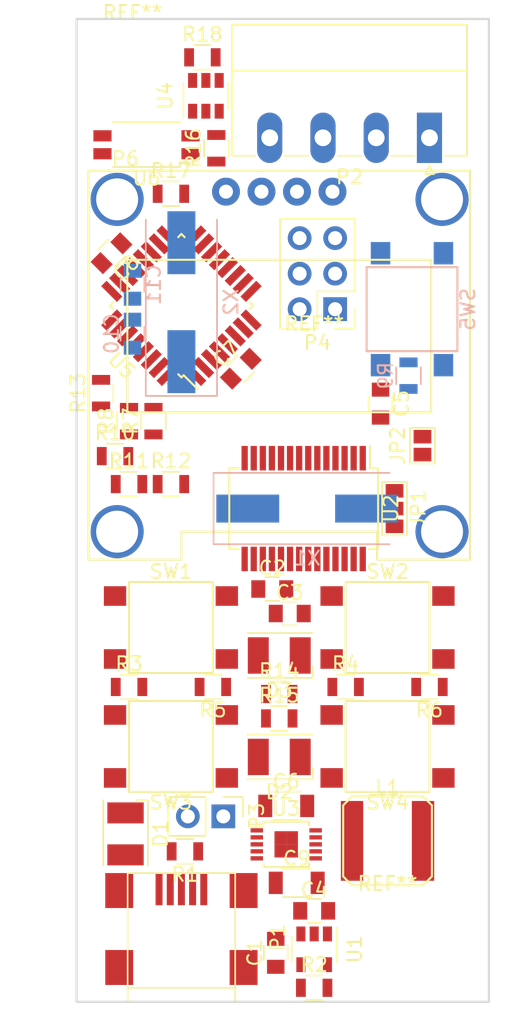
<source format=kicad_pcb>
(kicad_pcb (version 4) (host pcbnew 4.0.6)

  (general
    (links 135)
    (no_connects 135)
    (area 123.631475 49.025 153.825 122.825)
    (thickness 1.6)
    (drawings 4)
    (tracks 0)
    (zones 0)
    (modules 56)
    (nets 50)
  )

  (page A4)
  (layers
    (0 F.Cu signal)
    (31 B.Cu signal)
    (32 B.Adhes user)
    (33 F.Adhes user)
    (34 B.Paste user)
    (35 F.Paste user)
    (36 B.SilkS user)
    (37 F.SilkS user)
    (38 B.Mask user)
    (39 F.Mask user)
    (40 Dwgs.User user)
    (41 Cmts.User user)
    (42 Eco1.User user)
    (43 Eco2.User user)
    (44 Edge.Cuts user)
    (45 Margin user)
    (46 B.CrtYd user)
    (47 F.CrtYd user)
    (48 B.Fab user)
    (49 F.Fab user)
  )

  (setup
    (last_trace_width 0.25)
    (trace_clearance 0.2)
    (zone_clearance 0.508)
    (zone_45_only no)
    (trace_min 0.2)
    (segment_width 0.2)
    (edge_width 0.15)
    (via_size 0.6)
    (via_drill 0.4)
    (via_min_size 0.4)
    (via_min_drill 0.3)
    (uvia_size 0.3)
    (uvia_drill 0.1)
    (uvias_allowed no)
    (uvia_min_size 0.2)
    (uvia_min_drill 0.1)
    (pcb_text_width 0.3)
    (pcb_text_size 1.5 1.5)
    (mod_edge_width 0.15)
    (mod_text_size 1 1)
    (mod_text_width 0.15)
    (pad_size 1.524 1.524)
    (pad_drill 0.762)
    (pad_to_mask_clearance 0.2)
    (aux_axis_origin 0 0)
    (visible_elements 7FFEFFFF)
    (pcbplotparams
      (layerselection 0x00030_80000001)
      (usegerberextensions false)
      (excludeedgelayer true)
      (linewidth 0.100000)
      (plotframeref false)
      (viasonmask false)
      (mode 1)
      (useauxorigin false)
      (hpglpennumber 1)
      (hpglpenspeed 20)
      (hpglpendiameter 15)
      (hpglpenoverlay 2)
      (psnegative false)
      (psa4output false)
      (plotreference true)
      (plotvalue true)
      (plotinvisibletext false)
      (padsonsilk false)
      (subtractmaskfromsilk false)
      (outputformat 1)
      (mirror false)
      (drillshape 1)
      (scaleselection 1)
      (outputdirectory ""))
  )

  (net 0 "")
  (net 1 "Net-(C1-Pad1)")
  (net 2 GND)
  (net 3 "Net-(C2-Pad1)")
  (net 4 "Net-(C3-Pad1)")
  (net 5 /VBatt)
  (net 6 /RESET)
  (net 7 "Net-(C5-Pad2)")
  (net 8 +3V3)
  (net 9 "Net-(C8-Pad1)")
  (net 10 "Net-(C10-Pad2)")
  (net 11 "Net-(C11-Pad2)")
  (net 12 "Net-(D1-Pad1)")
  (net 13 "Net-(D2-Pad1)")
  (net 14 "Net-(D3-Pad1)")
  (net 15 "Net-(JP1-Pad2)")
  (net 16 "Net-(JP2-Pad2)")
  (net 17 "Net-(L1-Pad1)")
  (net 18 "Net-(P1-Pad2)")
  (net 19 "Net-(P1-Pad3)")
  (net 20 "Net-(P2-Pad1)")
  (net 21 "Net-(P2-Pad2)")
  (net 22 /BTN_4)
  (net 23 /BTN_3)
  (net 24 /BTN_2)
  (net 25 /BTN_1)
  (net 26 "Net-(R1-Pad1)")
  (net 27 "Net-(R2-Pad2)")
  (net 28 "Net-(R7-Pad1)")
  (net 29 "Net-(R7-Pad2)")
  (net 30 "Net-(R8-Pad1)")
  (net 31 "Net-(R8-Pad2)")
  (net 32 "Net-(R10-Pad2)")
  (net 33 "Net-(R11-Pad2)")
  (net 34 "Net-(R13-Pad2)")
  (net 35 "Net-(U2-Pad27)")
  (net 36 "Net-(U2-Pad28)")
  (net 37 "Net-(D2-Pad2)")
  (net 38 "Net-(D3-Pad2)")
  (net 39 "Net-(P2-Pad3)")
  (net 40 "Net-(P2-Pad4)")
  (net 41 "Net-(R16-Pad2)")
  (net 42 "Net-(R17-Pad2)")
  (net 43 "Net-(R18-Pad1)")
  (net 44 "Net-(U4-Pad1)")
  (net 45 "Net-(P4-Pad2)")
  (net 46 "Net-(P4-Pad4)")
  (net 47 "Net-(P4-Pad6)")
  (net 48 "Net-(P6-Pad3)")
  (net 49 "Net-(P6-Pad4)")

  (net_class Default "This is the default net class."
    (clearance 0.2)
    (trace_width 0.25)
    (via_dia 0.6)
    (via_drill 0.4)
    (uvia_dia 0.3)
    (uvia_drill 0.1)
    (add_net +3V3)
    (add_net /BTN_1)
    (add_net /BTN_2)
    (add_net /BTN_3)
    (add_net /BTN_4)
    (add_net /RESET)
    (add_net /VBatt)
    (add_net GND)
    (add_net "Net-(C1-Pad1)")
    (add_net "Net-(C10-Pad2)")
    (add_net "Net-(C11-Pad2)")
    (add_net "Net-(C2-Pad1)")
    (add_net "Net-(C3-Pad1)")
    (add_net "Net-(C5-Pad2)")
    (add_net "Net-(C8-Pad1)")
    (add_net "Net-(D1-Pad1)")
    (add_net "Net-(D2-Pad1)")
    (add_net "Net-(D2-Pad2)")
    (add_net "Net-(D3-Pad1)")
    (add_net "Net-(D3-Pad2)")
    (add_net "Net-(JP1-Pad2)")
    (add_net "Net-(JP2-Pad2)")
    (add_net "Net-(L1-Pad1)")
    (add_net "Net-(P1-Pad2)")
    (add_net "Net-(P1-Pad3)")
    (add_net "Net-(P2-Pad1)")
    (add_net "Net-(P2-Pad2)")
    (add_net "Net-(P2-Pad3)")
    (add_net "Net-(P2-Pad4)")
    (add_net "Net-(P4-Pad2)")
    (add_net "Net-(P4-Pad4)")
    (add_net "Net-(P4-Pad6)")
    (add_net "Net-(P6-Pad3)")
    (add_net "Net-(P6-Pad4)")
    (add_net "Net-(R1-Pad1)")
    (add_net "Net-(R10-Pad2)")
    (add_net "Net-(R11-Pad2)")
    (add_net "Net-(R13-Pad2)")
    (add_net "Net-(R16-Pad2)")
    (add_net "Net-(R17-Pad2)")
    (add_net "Net-(R18-Pad1)")
    (add_net "Net-(R2-Pad2)")
    (add_net "Net-(R7-Pad1)")
    (add_net "Net-(R7-Pad2)")
    (add_net "Net-(R8-Pad1)")
    (add_net "Net-(R8-Pad2)")
    (add_net "Net-(U2-Pad27)")
    (add_net "Net-(U2-Pad28)")
    (add_net "Net-(U4-Pad1)")
  )

  (module Capacitors_SMD:C_0805 (layer F.Cu) (tedit 58AA8463) (tstamp 58AC50FC)
    (at 139 117.25 90)
    (descr "Capacitor SMD 0805, reflow soldering, AVX (see smccp.pdf)")
    (tags "capacitor 0805")
    (path /58885F04)
    (attr smd)
    (fp_text reference C1 (at 0 -1.5 90) (layer F.SilkS)
      (effects (font (size 1 1) (thickness 0.15)))
    )
    (fp_text value 4.7uF (at 0 1.75 90) (layer F.Fab)
      (effects (font (size 1 1) (thickness 0.15)))
    )
    (fp_text user %R (at 0 -1.5 90) (layer F.Fab)
      (effects (font (size 1 1) (thickness 0.15)))
    )
    (fp_line (start -1 0.62) (end -1 -0.62) (layer F.Fab) (width 0.1))
    (fp_line (start 1 0.62) (end -1 0.62) (layer F.Fab) (width 0.1))
    (fp_line (start 1 -0.62) (end 1 0.62) (layer F.Fab) (width 0.1))
    (fp_line (start -1 -0.62) (end 1 -0.62) (layer F.Fab) (width 0.1))
    (fp_line (start 0.5 -0.85) (end -0.5 -0.85) (layer F.SilkS) (width 0.12))
    (fp_line (start -0.5 0.85) (end 0.5 0.85) (layer F.SilkS) (width 0.12))
    (fp_line (start -1.75 -0.88) (end 1.75 -0.88) (layer F.CrtYd) (width 0.05))
    (fp_line (start -1.75 -0.88) (end -1.75 0.87) (layer F.CrtYd) (width 0.05))
    (fp_line (start 1.75 0.87) (end 1.75 -0.88) (layer F.CrtYd) (width 0.05))
    (fp_line (start 1.75 0.87) (end -1.75 0.87) (layer F.CrtYd) (width 0.05))
    (pad 1 smd rect (at -1 0 90) (size 1 1.25) (layers F.Cu F.Paste F.Mask)
      (net 1 "Net-(C1-Pad1)"))
    (pad 2 smd rect (at 1 0 90) (size 1 1.25) (layers F.Cu F.Paste F.Mask)
      (net 2 GND))
    (model Capacitors_SMD.3dshapes/C_0805.wrl
      (at (xyz 0 0 0))
      (scale (xyz 1 1 1))
      (rotate (xyz 0 0 0))
    )
  )

  (module Capacitors_SMD:C_0805 (layer F.Cu) (tedit 58AA8463) (tstamp 58AC510D)
    (at 138.75 91.25)
    (descr "Capacitor SMD 0805, reflow soldering, AVX (see smccp.pdf)")
    (tags "capacitor 0805")
    (path /58815C2D)
    (attr smd)
    (fp_text reference C2 (at 0 -1.5) (layer F.SilkS)
      (effects (font (size 1 1) (thickness 0.15)))
    )
    (fp_text value 100nF (at 0 1.75) (layer F.Fab)
      (effects (font (size 1 1) (thickness 0.15)))
    )
    (fp_text user %R (at 0 -1.5) (layer F.Fab)
      (effects (font (size 1 1) (thickness 0.15)))
    )
    (fp_line (start -1 0.62) (end -1 -0.62) (layer F.Fab) (width 0.1))
    (fp_line (start 1 0.62) (end -1 0.62) (layer F.Fab) (width 0.1))
    (fp_line (start 1 -0.62) (end 1 0.62) (layer F.Fab) (width 0.1))
    (fp_line (start -1 -0.62) (end 1 -0.62) (layer F.Fab) (width 0.1))
    (fp_line (start 0.5 -0.85) (end -0.5 -0.85) (layer F.SilkS) (width 0.12))
    (fp_line (start -0.5 0.85) (end 0.5 0.85) (layer F.SilkS) (width 0.12))
    (fp_line (start -1.75 -0.88) (end 1.75 -0.88) (layer F.CrtYd) (width 0.05))
    (fp_line (start -1.75 -0.88) (end -1.75 0.87) (layer F.CrtYd) (width 0.05))
    (fp_line (start 1.75 0.87) (end 1.75 -0.88) (layer F.CrtYd) (width 0.05))
    (fp_line (start 1.75 0.87) (end -1.75 0.87) (layer F.CrtYd) (width 0.05))
    (pad 1 smd rect (at -1 0) (size 1 1.25) (layers F.Cu F.Paste F.Mask)
      (net 3 "Net-(C2-Pad1)"))
    (pad 2 smd rect (at 1 0) (size 1 1.25) (layers F.Cu F.Paste F.Mask)
      (net 2 GND))
    (model Capacitors_SMD.3dshapes/C_0805.wrl
      (at (xyz 0 0 0))
      (scale (xyz 1 1 1))
      (rotate (xyz 0 0 0))
    )
  )

  (module Capacitors_SMD:C_0805 (layer F.Cu) (tedit 58AA8463) (tstamp 58AC511E)
    (at 140 93)
    (descr "Capacitor SMD 0805, reflow soldering, AVX (see smccp.pdf)")
    (tags "capacitor 0805")
    (path /5891B8EF)
    (attr smd)
    (fp_text reference C3 (at 0 -1.5) (layer F.SilkS)
      (effects (font (size 1 1) (thickness 0.15)))
    )
    (fp_text value 100nF (at 0 1.75) (layer F.Fab)
      (effects (font (size 1 1) (thickness 0.15)))
    )
    (fp_text user %R (at 0 -1.5) (layer F.Fab)
      (effects (font (size 1 1) (thickness 0.15)))
    )
    (fp_line (start -1 0.62) (end -1 -0.62) (layer F.Fab) (width 0.1))
    (fp_line (start 1 0.62) (end -1 0.62) (layer F.Fab) (width 0.1))
    (fp_line (start 1 -0.62) (end 1 0.62) (layer F.Fab) (width 0.1))
    (fp_line (start -1 -0.62) (end 1 -0.62) (layer F.Fab) (width 0.1))
    (fp_line (start 0.5 -0.85) (end -0.5 -0.85) (layer F.SilkS) (width 0.12))
    (fp_line (start -0.5 0.85) (end 0.5 0.85) (layer F.SilkS) (width 0.12))
    (fp_line (start -1.75 -0.88) (end 1.75 -0.88) (layer F.CrtYd) (width 0.05))
    (fp_line (start -1.75 -0.88) (end -1.75 0.87) (layer F.CrtYd) (width 0.05))
    (fp_line (start 1.75 0.87) (end 1.75 -0.88) (layer F.CrtYd) (width 0.05))
    (fp_line (start 1.75 0.87) (end -1.75 0.87) (layer F.CrtYd) (width 0.05))
    (pad 1 smd rect (at -1 0) (size 1 1.25) (layers F.Cu F.Paste F.Mask)
      (net 4 "Net-(C3-Pad1)"))
    (pad 2 smd rect (at 1 0) (size 1 1.25) (layers F.Cu F.Paste F.Mask)
      (net 2 GND))
    (model Capacitors_SMD.3dshapes/C_0805.wrl
      (at (xyz 0 0 0))
      (scale (xyz 1 1 1))
      (rotate (xyz 0 0 0))
    )
  )

  (module Capacitors_SMD:C_0805 (layer F.Cu) (tedit 58AA8463) (tstamp 58AC512F)
    (at 141.75 114.25)
    (descr "Capacitor SMD 0805, reflow soldering, AVX (see smccp.pdf)")
    (tags "capacitor 0805")
    (path /5888837D)
    (attr smd)
    (fp_text reference C4 (at 0 -1.5) (layer F.SilkS)
      (effects (font (size 1 1) (thickness 0.15)))
    )
    (fp_text value 4.7uF (at 0 1.75) (layer F.Fab)
      (effects (font (size 1 1) (thickness 0.15)))
    )
    (fp_text user %R (at 0 -1.5) (layer F.Fab)
      (effects (font (size 1 1) (thickness 0.15)))
    )
    (fp_line (start -1 0.62) (end -1 -0.62) (layer F.Fab) (width 0.1))
    (fp_line (start 1 0.62) (end -1 0.62) (layer F.Fab) (width 0.1))
    (fp_line (start 1 -0.62) (end 1 0.62) (layer F.Fab) (width 0.1))
    (fp_line (start -1 -0.62) (end 1 -0.62) (layer F.Fab) (width 0.1))
    (fp_line (start 0.5 -0.85) (end -0.5 -0.85) (layer F.SilkS) (width 0.12))
    (fp_line (start -0.5 0.85) (end 0.5 0.85) (layer F.SilkS) (width 0.12))
    (fp_line (start -1.75 -0.88) (end 1.75 -0.88) (layer F.CrtYd) (width 0.05))
    (fp_line (start -1.75 -0.88) (end -1.75 0.87) (layer F.CrtYd) (width 0.05))
    (fp_line (start 1.75 0.87) (end 1.75 -0.88) (layer F.CrtYd) (width 0.05))
    (fp_line (start 1.75 0.87) (end -1.75 0.87) (layer F.CrtYd) (width 0.05))
    (pad 1 smd rect (at -1 0) (size 1 1.25) (layers F.Cu F.Paste F.Mask)
      (net 5 /VBatt))
    (pad 2 smd rect (at 1 0) (size 1 1.25) (layers F.Cu F.Paste F.Mask)
      (net 2 GND))
    (model Capacitors_SMD.3dshapes/C_0805.wrl
      (at (xyz 0 0 0))
      (scale (xyz 1 1 1))
      (rotate (xyz 0 0 0))
    )
  )

  (module Capacitors_SMD:C_0805 (layer F.Cu) (tedit 58AA8463) (tstamp 58AC5140)
    (at 146.5 78 270)
    (descr "Capacitor SMD 0805, reflow soldering, AVX (see smccp.pdf)")
    (tags "capacitor 0805")
    (path /5891E9F8)
    (attr smd)
    (fp_text reference C5 (at 0 -1.5 270) (layer F.SilkS)
      (effects (font (size 1 1) (thickness 0.15)))
    )
    (fp_text value 100nF (at 0 1.75 270) (layer F.Fab)
      (effects (font (size 1 1) (thickness 0.15)))
    )
    (fp_text user %R (at 0 -1.5 270) (layer F.Fab)
      (effects (font (size 1 1) (thickness 0.15)))
    )
    (fp_line (start -1 0.62) (end -1 -0.62) (layer F.Fab) (width 0.1))
    (fp_line (start 1 0.62) (end -1 0.62) (layer F.Fab) (width 0.1))
    (fp_line (start 1 -0.62) (end 1 0.62) (layer F.Fab) (width 0.1))
    (fp_line (start -1 -0.62) (end 1 -0.62) (layer F.Fab) (width 0.1))
    (fp_line (start 0.5 -0.85) (end -0.5 -0.85) (layer F.SilkS) (width 0.12))
    (fp_line (start -0.5 0.85) (end 0.5 0.85) (layer F.SilkS) (width 0.12))
    (fp_line (start -1.75 -0.88) (end 1.75 -0.88) (layer F.CrtYd) (width 0.05))
    (fp_line (start -1.75 -0.88) (end -1.75 0.87) (layer F.CrtYd) (width 0.05))
    (fp_line (start 1.75 0.87) (end 1.75 -0.88) (layer F.CrtYd) (width 0.05))
    (fp_line (start 1.75 0.87) (end -1.75 0.87) (layer F.CrtYd) (width 0.05))
    (pad 1 smd rect (at -1 0 270) (size 1 1.25) (layers F.Cu F.Paste F.Mask)
      (net 6 /RESET))
    (pad 2 smd rect (at 1 0 270) (size 1 1.25) (layers F.Cu F.Paste F.Mask)
      (net 7 "Net-(C5-Pad2)"))
    (model Capacitors_SMD.3dshapes/C_0805.wrl
      (at (xyz 0 0 0))
      (scale (xyz 1 1 1))
      (rotate (xyz 0 0 0))
    )
  )

  (module Capacitors_SMD:C_1206 (layer F.Cu) (tedit 58AA84B8) (tstamp 58AC5151)
    (at 139.75 106.75)
    (descr "Capacitor SMD 1206, reflow soldering, AVX (see smccp.pdf)")
    (tags "capacitor 1206")
    (path /588996E9)
    (attr smd)
    (fp_text reference C6 (at 0 -1.75) (layer F.SilkS)
      (effects (font (size 1 1) (thickness 0.15)))
    )
    (fp_text value 22uF (at 0 2) (layer F.Fab)
      (effects (font (size 1 1) (thickness 0.15)))
    )
    (fp_text user %R (at 0 -1.75) (layer F.Fab)
      (effects (font (size 1 1) (thickness 0.15)))
    )
    (fp_line (start -1.6 0.8) (end -1.6 -0.8) (layer F.Fab) (width 0.1))
    (fp_line (start 1.6 0.8) (end -1.6 0.8) (layer F.Fab) (width 0.1))
    (fp_line (start 1.6 -0.8) (end 1.6 0.8) (layer F.Fab) (width 0.1))
    (fp_line (start -1.6 -0.8) (end 1.6 -0.8) (layer F.Fab) (width 0.1))
    (fp_line (start 1 -1.02) (end -1 -1.02) (layer F.SilkS) (width 0.12))
    (fp_line (start -1 1.02) (end 1 1.02) (layer F.SilkS) (width 0.12))
    (fp_line (start -2.25 -1.05) (end 2.25 -1.05) (layer F.CrtYd) (width 0.05))
    (fp_line (start -2.25 -1.05) (end -2.25 1.05) (layer F.CrtYd) (width 0.05))
    (fp_line (start 2.25 1.05) (end 2.25 -1.05) (layer F.CrtYd) (width 0.05))
    (fp_line (start 2.25 1.05) (end -2.25 1.05) (layer F.CrtYd) (width 0.05))
    (pad 1 smd rect (at -1.5 0) (size 1 1.6) (layers F.Cu F.Paste F.Mask)
      (net 5 /VBatt))
    (pad 2 smd rect (at 1.5 0) (size 1 1.6) (layers F.Cu F.Paste F.Mask)
      (net 2 GND))
    (model Capacitors_SMD.3dshapes/C_1206.wrl
      (at (xyz 0 0 0))
      (scale (xyz 1 1 1))
      (rotate (xyz 0 0 0))
    )
  )

  (module Capacitors_SMD:C_0805 (layer F.Cu) (tedit 58AA8463) (tstamp 58AC5162)
    (at 136.5 75.5 45)
    (descr "Capacitor SMD 0805, reflow soldering, AVX (see smccp.pdf)")
    (tags "capacitor 0805")
    (path /58825549)
    (attr smd)
    (fp_text reference C7 (at 0 -1.5 45) (layer F.SilkS)
      (effects (font (size 1 1) (thickness 0.15)))
    )
    (fp_text value 100nF (at 0 1.75 45) (layer F.Fab)
      (effects (font (size 1 1) (thickness 0.15)))
    )
    (fp_text user %R (at 0 -1.5 45) (layer F.Fab)
      (effects (font (size 1 1) (thickness 0.15)))
    )
    (fp_line (start -1 0.62) (end -1 -0.62) (layer F.Fab) (width 0.1))
    (fp_line (start 1 0.62) (end -1 0.62) (layer F.Fab) (width 0.1))
    (fp_line (start 1 -0.62) (end 1 0.62) (layer F.Fab) (width 0.1))
    (fp_line (start -1 -0.62) (end 1 -0.62) (layer F.Fab) (width 0.1))
    (fp_line (start 0.5 -0.85) (end -0.5 -0.85) (layer F.SilkS) (width 0.12))
    (fp_line (start -0.5 0.85) (end 0.5 0.85) (layer F.SilkS) (width 0.12))
    (fp_line (start -1.75 -0.88) (end 1.75 -0.88) (layer F.CrtYd) (width 0.05))
    (fp_line (start -1.75 -0.88) (end -1.75 0.87) (layer F.CrtYd) (width 0.05))
    (fp_line (start 1.75 0.87) (end 1.75 -0.88) (layer F.CrtYd) (width 0.05))
    (fp_line (start 1.75 0.87) (end -1.75 0.87) (layer F.CrtYd) (width 0.05))
    (pad 1 smd rect (at -1 0 45) (size 1 1.25) (layers F.Cu F.Paste F.Mask)
      (net 2 GND))
    (pad 2 smd rect (at 1 0 45) (size 1 1.25) (layers F.Cu F.Paste F.Mask)
      (net 8 +3V3))
    (model Capacitors_SMD.3dshapes/C_0805.wrl
      (at (xyz 0 0 0))
      (scale (xyz 1 1 1))
      (rotate (xyz 0 0 0))
    )
  )

  (module Capacitors_SMD:C_0805 (layer F.Cu) (tedit 58AA8463) (tstamp 58AC5173)
    (at 127.25 67.25 225)
    (descr "Capacitor SMD 0805, reflow soldering, AVX (see smccp.pdf)")
    (tags "capacitor 0805")
    (path /5891C141)
    (attr smd)
    (fp_text reference C8 (at 0 -1.5 225) (layer F.SilkS)
      (effects (font (size 1 1) (thickness 0.15)))
    )
    (fp_text value 100nF (at 0 1.75 225) (layer F.Fab)
      (effects (font (size 1 1) (thickness 0.15)))
    )
    (fp_text user %R (at 0 -1.5 225) (layer F.Fab)
      (effects (font (size 1 1) (thickness 0.15)))
    )
    (fp_line (start -1 0.62) (end -1 -0.62) (layer F.Fab) (width 0.1))
    (fp_line (start 1 0.62) (end -1 0.62) (layer F.Fab) (width 0.1))
    (fp_line (start 1 -0.62) (end 1 0.62) (layer F.Fab) (width 0.1))
    (fp_line (start -1 -0.62) (end 1 -0.62) (layer F.Fab) (width 0.1))
    (fp_line (start 0.5 -0.85) (end -0.5 -0.85) (layer F.SilkS) (width 0.12))
    (fp_line (start -0.5 0.85) (end 0.5 0.85) (layer F.SilkS) (width 0.12))
    (fp_line (start -1.75 -0.88) (end 1.75 -0.88) (layer F.CrtYd) (width 0.05))
    (fp_line (start -1.75 -0.88) (end -1.75 0.87) (layer F.CrtYd) (width 0.05))
    (fp_line (start 1.75 0.87) (end 1.75 -0.88) (layer F.CrtYd) (width 0.05))
    (fp_line (start 1.75 0.87) (end -1.75 0.87) (layer F.CrtYd) (width 0.05))
    (pad 1 smd rect (at -1 0 225) (size 1 1.25) (layers F.Cu F.Paste F.Mask)
      (net 9 "Net-(C8-Pad1)"))
    (pad 2 smd rect (at 1 0 225) (size 1 1.25) (layers F.Cu F.Paste F.Mask)
      (net 2 GND))
    (model Capacitors_SMD.3dshapes/C_0805.wrl
      (at (xyz 0 0 0))
      (scale (xyz 1 1 1))
      (rotate (xyz 0 0 0))
    )
  )

  (module Capacitors_SMD:C_1206 (layer F.Cu) (tedit 58AA84B8) (tstamp 58AC5184)
    (at 140.5 112.25)
    (descr "Capacitor SMD 1206, reflow soldering, AVX (see smccp.pdf)")
    (tags "capacitor 1206")
    (path /5889990B)
    (attr smd)
    (fp_text reference C9 (at 0 -1.75) (layer F.SilkS)
      (effects (font (size 1 1) (thickness 0.15)))
    )
    (fp_text value 22uF (at 0 2) (layer F.Fab)
      (effects (font (size 1 1) (thickness 0.15)))
    )
    (fp_text user %R (at 0 -1.75) (layer F.Fab)
      (effects (font (size 1 1) (thickness 0.15)))
    )
    (fp_line (start -1.6 0.8) (end -1.6 -0.8) (layer F.Fab) (width 0.1))
    (fp_line (start 1.6 0.8) (end -1.6 0.8) (layer F.Fab) (width 0.1))
    (fp_line (start 1.6 -0.8) (end 1.6 0.8) (layer F.Fab) (width 0.1))
    (fp_line (start -1.6 -0.8) (end 1.6 -0.8) (layer F.Fab) (width 0.1))
    (fp_line (start 1 -1.02) (end -1 -1.02) (layer F.SilkS) (width 0.12))
    (fp_line (start -1 1.02) (end 1 1.02) (layer F.SilkS) (width 0.12))
    (fp_line (start -2.25 -1.05) (end 2.25 -1.05) (layer F.CrtYd) (width 0.05))
    (fp_line (start -2.25 -1.05) (end -2.25 1.05) (layer F.CrtYd) (width 0.05))
    (fp_line (start 2.25 1.05) (end 2.25 -1.05) (layer F.CrtYd) (width 0.05))
    (fp_line (start 2.25 1.05) (end -2.25 1.05) (layer F.CrtYd) (width 0.05))
    (pad 1 smd rect (at -1.5 0) (size 1 1.6) (layers F.Cu F.Paste F.Mask)
      (net 8 +3V3))
    (pad 2 smd rect (at 1.5 0) (size 1 1.6) (layers F.Cu F.Paste F.Mask)
      (net 2 GND))
    (model Capacitors_SMD.3dshapes/C_1206.wrl
      (at (xyz 0 0 0))
      (scale (xyz 1 1 1))
      (rotate (xyz 0 0 0))
    )
  )

  (module Capacitors_SMD:C_0805 (layer B.Cu) (tedit 58AA8463) (tstamp 58AC5195)
    (at 128.75 73 270)
    (descr "Capacitor SMD 0805, reflow soldering, AVX (see smccp.pdf)")
    (tags "capacitor 0805")
    (path /58819B31)
    (attr smd)
    (fp_text reference C10 (at 0 1.5 270) (layer B.SilkS)
      (effects (font (size 1 1) (thickness 0.15)) (justify mirror))
    )
    (fp_text value 22pF (at 0 -1.75 270) (layer B.Fab)
      (effects (font (size 1 1) (thickness 0.15)) (justify mirror))
    )
    (fp_text user %R (at 0 1.5 270) (layer B.Fab)
      (effects (font (size 1 1) (thickness 0.15)) (justify mirror))
    )
    (fp_line (start -1 -0.62) (end -1 0.62) (layer B.Fab) (width 0.1))
    (fp_line (start 1 -0.62) (end -1 -0.62) (layer B.Fab) (width 0.1))
    (fp_line (start 1 0.62) (end 1 -0.62) (layer B.Fab) (width 0.1))
    (fp_line (start -1 0.62) (end 1 0.62) (layer B.Fab) (width 0.1))
    (fp_line (start 0.5 0.85) (end -0.5 0.85) (layer B.SilkS) (width 0.12))
    (fp_line (start -0.5 -0.85) (end 0.5 -0.85) (layer B.SilkS) (width 0.12))
    (fp_line (start -1.75 0.88) (end 1.75 0.88) (layer B.CrtYd) (width 0.05))
    (fp_line (start -1.75 0.88) (end -1.75 -0.87) (layer B.CrtYd) (width 0.05))
    (fp_line (start 1.75 -0.87) (end 1.75 0.88) (layer B.CrtYd) (width 0.05))
    (fp_line (start 1.75 -0.87) (end -1.75 -0.87) (layer B.CrtYd) (width 0.05))
    (pad 1 smd rect (at -1 0 270) (size 1 1.25) (layers B.Cu B.Paste B.Mask)
      (net 2 GND))
    (pad 2 smd rect (at 1 0 270) (size 1 1.25) (layers B.Cu B.Paste B.Mask)
      (net 10 "Net-(C10-Pad2)"))
    (model Capacitors_SMD.3dshapes/C_0805.wrl
      (at (xyz 0 0 0))
      (scale (xyz 1 1 1))
      (rotate (xyz 0 0 0))
    )
  )

  (module Capacitors_SMD:C_0805 (layer B.Cu) (tedit 58AA8463) (tstamp 58AC51A6)
    (at 128.75 69.5 90)
    (descr "Capacitor SMD 0805, reflow soldering, AVX (see smccp.pdf)")
    (tags "capacitor 0805")
    (path /58819C1C)
    (attr smd)
    (fp_text reference C11 (at 0 1.5 90) (layer B.SilkS)
      (effects (font (size 1 1) (thickness 0.15)) (justify mirror))
    )
    (fp_text value 22pF (at 0 -1.75 90) (layer B.Fab)
      (effects (font (size 1 1) (thickness 0.15)) (justify mirror))
    )
    (fp_text user %R (at 0 1.5 90) (layer B.Fab)
      (effects (font (size 1 1) (thickness 0.15)) (justify mirror))
    )
    (fp_line (start -1 -0.62) (end -1 0.62) (layer B.Fab) (width 0.1))
    (fp_line (start 1 -0.62) (end -1 -0.62) (layer B.Fab) (width 0.1))
    (fp_line (start 1 0.62) (end 1 -0.62) (layer B.Fab) (width 0.1))
    (fp_line (start -1 0.62) (end 1 0.62) (layer B.Fab) (width 0.1))
    (fp_line (start 0.5 0.85) (end -0.5 0.85) (layer B.SilkS) (width 0.12))
    (fp_line (start -0.5 -0.85) (end 0.5 -0.85) (layer B.SilkS) (width 0.12))
    (fp_line (start -1.75 0.88) (end 1.75 0.88) (layer B.CrtYd) (width 0.05))
    (fp_line (start -1.75 0.88) (end -1.75 -0.87) (layer B.CrtYd) (width 0.05))
    (fp_line (start 1.75 -0.87) (end 1.75 0.88) (layer B.CrtYd) (width 0.05))
    (fp_line (start 1.75 -0.87) (end -1.75 -0.87) (layer B.CrtYd) (width 0.05))
    (pad 1 smd rect (at -1 0 90) (size 1 1.25) (layers B.Cu B.Paste B.Mask)
      (net 2 GND))
    (pad 2 smd rect (at 1 0 90) (size 1 1.25) (layers B.Cu B.Paste B.Mask)
      (net 11 "Net-(C11-Pad2)"))
    (model Capacitors_SMD.3dshapes/C_0805.wrl
      (at (xyz 0 0 0))
      (scale (xyz 1 1 1))
      (rotate (xyz 0 0 0))
    )
  )

  (module LEDs:LED_PLCC-2 (layer F.Cu) (tedit 5860D51E) (tstamp 58AC51B9)
    (at 128.25 108.75 270)
    (descr "LED PLCC-2 SMD package")
    (tags "LED PLCC-2 SMD")
    (path /589137FD)
    (attr smd)
    (fp_text reference D1 (at 0 -2.5 270) (layer F.SilkS)
      (effects (font (size 1 1) (thickness 0.15)))
    )
    (fp_text value LED (at 0 2.5 270) (layer F.Fab)
      (effects (font (size 1 1) (thickness 0.15)))
    )
    (fp_circle (center 0 0) (end 0 -1.25) (layer F.Fab) (width 0.1))
    (fp_line (start -1.7 -0.6) (end -0.8 -1.5) (layer F.Fab) (width 0.1))
    (fp_line (start 1.7 1.5) (end 1.7 -1.5) (layer F.Fab) (width 0.1))
    (fp_line (start 1.7 -1.5) (end -1.7 -1.5) (layer F.Fab) (width 0.1))
    (fp_line (start -1.7 -1.5) (end -1.7 1.5) (layer F.Fab) (width 0.1))
    (fp_line (start -1.7 1.5) (end 1.7 1.5) (layer F.Fab) (width 0.1))
    (fp_line (start -2.65 -1.85) (end 2.5 -1.85) (layer F.CrtYd) (width 0.05))
    (fp_line (start 2.5 -1.85) (end 2.5 1.85) (layer F.CrtYd) (width 0.05))
    (fp_line (start 2.5 1.85) (end -2.65 1.85) (layer F.CrtYd) (width 0.05))
    (fp_line (start -2.65 1.85) (end -2.65 -1.85) (layer F.CrtYd) (width 0.05))
    (fp_line (start 2.25 1.6) (end -2.4 1.6) (layer F.SilkS) (width 0.12))
    (fp_line (start 2.25 -1.6) (end -2.4 -1.6) (layer F.SilkS) (width 0.12))
    (fp_line (start -2.4 -1.6) (end -2.4 -0.8) (layer F.SilkS) (width 0.12))
    (pad 1 smd rect (at -1.5 0 270) (size 1.5 2.6) (layers F.Cu F.Paste F.Mask)
      (net 12 "Net-(D1-Pad1)"))
    (pad 2 smd rect (at 1.5 0 270) (size 1.5 2.6) (layers F.Cu F.Paste F.Mask)
      (net 1 "Net-(C1-Pad1)"))
  )

  (module LEDs:LED_PLCC-2 (layer F.Cu) (tedit 5860D51E) (tstamp 58AC51CC)
    (at 139.25 103.25 180)
    (descr "LED PLCC-2 SMD package")
    (tags "LED PLCC-2 SMD")
    (path /5881DC19)
    (attr smd)
    (fp_text reference D2 (at 0 -2.5 180) (layer F.SilkS)
      (effects (font (size 1 1) (thickness 0.15)))
    )
    (fp_text value LED (at 0 2.5 180) (layer F.Fab)
      (effects (font (size 1 1) (thickness 0.15)))
    )
    (fp_circle (center 0 0) (end 0 -1.25) (layer F.Fab) (width 0.1))
    (fp_line (start -1.7 -0.6) (end -0.8 -1.5) (layer F.Fab) (width 0.1))
    (fp_line (start 1.7 1.5) (end 1.7 -1.5) (layer F.Fab) (width 0.1))
    (fp_line (start 1.7 -1.5) (end -1.7 -1.5) (layer F.Fab) (width 0.1))
    (fp_line (start -1.7 -1.5) (end -1.7 1.5) (layer F.Fab) (width 0.1))
    (fp_line (start -1.7 1.5) (end 1.7 1.5) (layer F.Fab) (width 0.1))
    (fp_line (start -2.65 -1.85) (end 2.5 -1.85) (layer F.CrtYd) (width 0.05))
    (fp_line (start 2.5 -1.85) (end 2.5 1.85) (layer F.CrtYd) (width 0.05))
    (fp_line (start 2.5 1.85) (end -2.65 1.85) (layer F.CrtYd) (width 0.05))
    (fp_line (start -2.65 1.85) (end -2.65 -1.85) (layer F.CrtYd) (width 0.05))
    (fp_line (start 2.25 1.6) (end -2.4 1.6) (layer F.SilkS) (width 0.12))
    (fp_line (start 2.25 -1.6) (end -2.4 -1.6) (layer F.SilkS) (width 0.12))
    (fp_line (start -2.4 -1.6) (end -2.4 -0.8) (layer F.SilkS) (width 0.12))
    (pad 1 smd rect (at -1.5 0 180) (size 1.5 2.6) (layers F.Cu F.Paste F.Mask)
      (net 13 "Net-(D2-Pad1)"))
    (pad 2 smd rect (at 1.5 0 180) (size 1.5 2.6) (layers F.Cu F.Paste F.Mask)
      (net 37 "Net-(D2-Pad2)"))
  )

  (module LEDs:LED_PLCC-2 (layer F.Cu) (tedit 5860D51E) (tstamp 58AC51DF)
    (at 139.25 96 180)
    (descr "LED PLCC-2 SMD package")
    (tags "LED PLCC-2 SMD")
    (path /58912C50)
    (attr smd)
    (fp_text reference D3 (at 0 -2.5 180) (layer F.SilkS)
      (effects (font (size 1 1) (thickness 0.15)))
    )
    (fp_text value LED (at 0 2.5 180) (layer F.Fab)
      (effects (font (size 1 1) (thickness 0.15)))
    )
    (fp_circle (center 0 0) (end 0 -1.25) (layer F.Fab) (width 0.1))
    (fp_line (start -1.7 -0.6) (end -0.8 -1.5) (layer F.Fab) (width 0.1))
    (fp_line (start 1.7 1.5) (end 1.7 -1.5) (layer F.Fab) (width 0.1))
    (fp_line (start 1.7 -1.5) (end -1.7 -1.5) (layer F.Fab) (width 0.1))
    (fp_line (start -1.7 -1.5) (end -1.7 1.5) (layer F.Fab) (width 0.1))
    (fp_line (start -1.7 1.5) (end 1.7 1.5) (layer F.Fab) (width 0.1))
    (fp_line (start -2.65 -1.85) (end 2.5 -1.85) (layer F.CrtYd) (width 0.05))
    (fp_line (start 2.5 -1.85) (end 2.5 1.85) (layer F.CrtYd) (width 0.05))
    (fp_line (start 2.5 1.85) (end -2.65 1.85) (layer F.CrtYd) (width 0.05))
    (fp_line (start -2.65 1.85) (end -2.65 -1.85) (layer F.CrtYd) (width 0.05))
    (fp_line (start 2.25 1.6) (end -2.4 1.6) (layer F.SilkS) (width 0.12))
    (fp_line (start 2.25 -1.6) (end -2.4 -1.6) (layer F.SilkS) (width 0.12))
    (fp_line (start -2.4 -1.6) (end -2.4 -0.8) (layer F.SilkS) (width 0.12))
    (pad 1 smd rect (at -1.5 0 180) (size 1.5 2.6) (layers F.Cu F.Paste F.Mask)
      (net 14 "Net-(D3-Pad1)"))
    (pad 2 smd rect (at 1.5 0 180) (size 1.5 2.6) (layers F.Cu F.Paste F.Mask)
      (net 38 "Net-(D3-Pad2)"))
  )

  (module Connectors:GS3 (layer F.Cu) (tedit 58613494) (tstamp 58AC51EE)
    (at 147.5 85.5 180)
    (descr "3-pin solder bridge")
    (tags "solder bridge")
    (path /58817926)
    (attr smd)
    (fp_text reference JP1 (at -1.7 0 270) (layer F.SilkS)
      (effects (font (size 1 1) (thickness 0.15)))
    )
    (fp_text value Jumper3 (at 1.8 0 270) (layer F.Fab)
      (effects (font (size 1 1) (thickness 0.15)))
    )
    (fp_line (start -1.15 -2.15) (end 1.15 -2.15) (layer F.CrtYd) (width 0.05))
    (fp_line (start 1.15 -2.15) (end 1.15 2.15) (layer F.CrtYd) (width 0.05))
    (fp_line (start 1.15 2.15) (end -1.15 2.15) (layer F.CrtYd) (width 0.05))
    (fp_line (start -1.15 2.15) (end -1.15 -2.15) (layer F.CrtYd) (width 0.05))
    (fp_line (start -0.89 -1.91) (end -0.89 1.91) (layer F.SilkS) (width 0.12))
    (fp_line (start -0.89 1.91) (end 0.89 1.91) (layer F.SilkS) (width 0.12))
    (fp_line (start 0.89 1.91) (end 0.89 -1.91) (layer F.SilkS) (width 0.12))
    (fp_line (start -0.89 -1.91) (end 0.89 -1.91) (layer F.SilkS) (width 0.12))
    (pad 1 smd rect (at 0 -1.27 180) (size 1.27 0.97) (layers F.Cu F.Paste F.Mask)
      (net 8 +3V3))
    (pad 2 smd rect (at 0 0 180) (size 1.27 0.97) (layers F.Cu F.Paste F.Mask)
      (net 15 "Net-(JP1-Pad2)"))
    (pad 3 smd rect (at 0 1.27 180) (size 1.27 0.97) (layers F.Cu F.Paste F.Mask)
      (net 1 "Net-(C1-Pad1)"))
  )

  (module Connectors:GS2 (layer F.Cu) (tedit 586134A1) (tstamp 58AC51FC)
    (at 149.5 81 180)
    (descr "2-pin solder bridge")
    (tags "solder bridge")
    (path /588171AD)
    (attr smd)
    (fp_text reference JP2 (at 1.78 0 270) (layer F.SilkS)
      (effects (font (size 1 1) (thickness 0.15)))
    )
    (fp_text value Jumper (at -1.8 0 270) (layer F.Fab)
      (effects (font (size 1 1) (thickness 0.15)))
    )
    (fp_line (start 1.1 -1.45) (end 1.1 1.5) (layer F.CrtYd) (width 0.05))
    (fp_line (start 1.1 1.5) (end -1.1 1.5) (layer F.CrtYd) (width 0.05))
    (fp_line (start -1.1 1.5) (end -1.1 -1.45) (layer F.CrtYd) (width 0.05))
    (fp_line (start -1.1 -1.45) (end 1.1 -1.45) (layer F.CrtYd) (width 0.05))
    (fp_line (start -0.89 -1.27) (end -0.89 1.27) (layer F.SilkS) (width 0.12))
    (fp_line (start 0.89 1.27) (end 0.89 -1.27) (layer F.SilkS) (width 0.12))
    (fp_line (start 0.89 1.27) (end -0.89 1.27) (layer F.SilkS) (width 0.12))
    (fp_line (start -0.89 -1.27) (end 0.89 -1.27) (layer F.SilkS) (width 0.12))
    (pad 1 smd rect (at 0 -0.64 180) (size 1.27 0.97) (layers F.Cu F.Paste F.Mask)
      (net 15 "Net-(JP1-Pad2)"))
    (pad 2 smd rect (at 0 0.64 180) (size 1.27 0.97) (layers F.Cu F.Paste F.Mask)
      (net 16 "Net-(JP2-Pad2)"))
  )

  (module "Electropepper parts:SRN6028" (layer F.Cu) (tedit 58913167) (tstamp 58AC520A)
    (at 147 109.25)
    (path /5889C7D1)
    (fp_text reference L1 (at 0 -3.81) (layer F.SilkS)
      (effects (font (size 1 1) (thickness 0.15)))
    )
    (fp_text value 6.2uH (at 0 4.445) (layer F.Fab)
      (effects (font (size 1 1) (thickness 0.15)))
    )
    (fp_line (start -3.175 2.54) (end -3.175 -2.54) (layer F.SilkS) (width 0.15))
    (fp_line (start 2.54 3.175) (end -2.54 3.175) (layer F.SilkS) (width 0.15))
    (fp_line (start 3.175 -2.54) (end 3.175 2.54) (layer F.SilkS) (width 0.15))
    (fp_line (start -2.54 -3.175) (end 2.54 -3.175) (layer F.SilkS) (width 0.15))
    (fp_line (start 2.54 3.175) (end 3.175 2.54) (layer F.SilkS) (width 0.15))
    (fp_line (start -3.175 2.54) (end -2.54 3.175) (layer F.SilkS) (width 0.15))
    (fp_line (start 3.175 -2.54) (end 2.54 -3.175) (layer F.SilkS) (width 0.15))
    (fp_line (start -3.175 -2.54) (end -2.54 -3.175) (layer F.SilkS) (width 0.15))
    (pad 1 smd rect (at -2.54 0) (size 1.6 5.7) (layers F.Cu F.Paste F.Mask)
      (net 17 "Net-(L1-Pad1)"))
    (pad 2 smd rect (at 2.54 0) (size 1.6 5.7) (layers F.Cu F.Paste F.Mask)
      (net 8 +3V3))
  )

  (module Connectors:USB_Mini-B (layer F.Cu) (tedit 5543E571) (tstamp 58AC5222)
    (at 132.25 115.5 90)
    (descr "USB Mini-B 5-pin SMD connector")
    (tags "USB USB_B USB_Mini connector")
    (path /58815603)
    (attr smd)
    (fp_text reference P1 (at -0.65 6.9 90) (layer F.SilkS)
      (effects (font (size 1 1) (thickness 0.15)))
    )
    (fp_text value USB_OTG (at -0.65 -7.1 90) (layer F.Fab)
      (effects (font (size 1 1) (thickness 0.15)))
    )
    (fp_line (start -5.5 -5.7) (end 4.2 -5.7) (layer F.CrtYd) (width 0.05))
    (fp_line (start 4.2 -5.7) (end 4.2 5.7) (layer F.CrtYd) (width 0.05))
    (fp_line (start 4.2 5.7) (end -5.5 5.7) (layer F.CrtYd) (width 0.05))
    (fp_line (start -5.5 5.7) (end -5.5 -5.7) (layer F.CrtYd) (width 0.05))
    (fp_line (start -4.25 -3.85) (end -4.25 3.85) (layer F.SilkS) (width 0.12))
    (fp_line (start -5.25 -3.85) (end -5.25 3.85) (layer F.SilkS) (width 0.12))
    (fp_line (start -5.25 3.85) (end 3.95 3.85) (layer F.SilkS) (width 0.12))
    (fp_line (start 3.95 3.85) (end 3.95 -3.85) (layer F.SilkS) (width 0.12))
    (fp_line (start 3.95 -3.85) (end -5.25 -3.85) (layer F.SilkS) (width 0.12))
    (pad 1 smd rect (at 2.8 -1.6 90) (size 2.3 0.5) (layers F.Cu F.Paste F.Mask)
      (net 1 "Net-(C1-Pad1)"))
    (pad 2 smd rect (at 2.8 -0.8 90) (size 2.3 0.5) (layers F.Cu F.Paste F.Mask)
      (net 18 "Net-(P1-Pad2)"))
    (pad 3 smd rect (at 2.8 0 90) (size 2.3 0.5) (layers F.Cu F.Paste F.Mask)
      (net 19 "Net-(P1-Pad3)"))
    (pad 4 smd rect (at 2.8 0.8 90) (size 2.3 0.5) (layers F.Cu F.Paste F.Mask))
    (pad 5 smd rect (at 2.8 1.6 90) (size 2.3 0.5) (layers F.Cu F.Paste F.Mask)
      (net 2 GND))
    (pad 6 smd rect (at 2.7 -4.45 90) (size 2.5 2) (layers F.Cu F.Paste F.Mask)
      (net 2 GND))
    (pad 6 smd rect (at -2.8 -4.45 90) (size 2.5 2) (layers F.Cu F.Paste F.Mask)
      (net 2 GND))
    (pad 6 smd rect (at 2.7 4.45 90) (size 2.5 2) (layers F.Cu F.Paste F.Mask)
      (net 2 GND))
    (pad 6 smd rect (at -2.8 4.45 90) (size 2.5 2) (layers F.Cu F.Paste F.Mask)
      (net 2 GND))
    (pad "" np_thru_hole circle (at 0.2 -2.2 90) (size 0.9 0.9) (drill 0.9) (layers *.Cu *.Mask))
    (pad "" np_thru_hole circle (at 0.2 2.2 90) (size 0.9 0.9) (drill 0.9) (layers *.Cu *.Mask))
  )

  (module Pin_Headers:Pin_Header_Straight_1x02_Pitch2.54mm (layer F.Cu) (tedit 5862ED52) (tstamp 58AC5246)
    (at 135.25 107.5 270)
    (descr "Through hole straight pin header, 1x02, 2.54mm pitch, single row")
    (tags "Through hole pin header THT 1x02 2.54mm single row")
    (path /58896012)
    (fp_text reference P3 (at 0 -2.39 270) (layer F.SilkS)
      (effects (font (size 1 1) (thickness 0.15)))
    )
    (fp_text value Battery (at 0 4.93 270) (layer F.Fab)
      (effects (font (size 1 1) (thickness 0.15)))
    )
    (fp_line (start -1.27 -1.27) (end -1.27 3.81) (layer F.Fab) (width 0.1))
    (fp_line (start -1.27 3.81) (end 1.27 3.81) (layer F.Fab) (width 0.1))
    (fp_line (start 1.27 3.81) (end 1.27 -1.27) (layer F.Fab) (width 0.1))
    (fp_line (start 1.27 -1.27) (end -1.27 -1.27) (layer F.Fab) (width 0.1))
    (fp_line (start -1.39 1.27) (end -1.39 3.93) (layer F.SilkS) (width 0.12))
    (fp_line (start -1.39 3.93) (end 1.39 3.93) (layer F.SilkS) (width 0.12))
    (fp_line (start 1.39 3.93) (end 1.39 1.27) (layer F.SilkS) (width 0.12))
    (fp_line (start 1.39 1.27) (end -1.39 1.27) (layer F.SilkS) (width 0.12))
    (fp_line (start -1.39 0) (end -1.39 -1.39) (layer F.SilkS) (width 0.12))
    (fp_line (start -1.39 -1.39) (end 0 -1.39) (layer F.SilkS) (width 0.12))
    (fp_line (start -1.6 -1.6) (end -1.6 4.1) (layer F.CrtYd) (width 0.05))
    (fp_line (start -1.6 4.1) (end 1.6 4.1) (layer F.CrtYd) (width 0.05))
    (fp_line (start 1.6 4.1) (end 1.6 -1.6) (layer F.CrtYd) (width 0.05))
    (fp_line (start 1.6 -1.6) (end -1.6 -1.6) (layer F.CrtYd) (width 0.05))
    (pad 1 thru_hole rect (at 0 0 270) (size 1.7 1.7) (drill 1) (layers *.Cu *.Mask)
      (net 5 /VBatt))
    (pad 2 thru_hole oval (at 0 2.54 270) (size 1.7 1.7) (drill 1) (layers *.Cu *.Mask)
      (net 2 GND))
    (model Pin_Headers.3dshapes/Pin_Header_Straight_1x02_Pitch2.54mm.wrl
      (at (xyz 0 -0.05 0))
      (scale (xyz 1 1 1))
      (rotate (xyz 0 0 90))
    )
  )

  (module Resistors_SMD:R_0805 (layer F.Cu) (tedit 58AADA8F) (tstamp 58AC52CD)
    (at 132.5 110 180)
    (descr "Resistor SMD 0805, reflow soldering, Vishay (see dcrcw.pdf)")
    (tags "resistor 0805")
    (path /58883862)
    (attr smd)
    (fp_text reference R1 (at 0 -1.65 180) (layer F.SilkS)
      (effects (font (size 1 1) (thickness 0.15)))
    )
    (fp_text value 470R (at 0 1.75 180) (layer F.Fab)
      (effects (font (size 1 1) (thickness 0.15)))
    )
    (fp_text user %R (at 0 -1.65 180) (layer F.Fab)
      (effects (font (size 1 1) (thickness 0.15)))
    )
    (fp_line (start -1 0.62) (end -1 -0.62) (layer F.Fab) (width 0.1))
    (fp_line (start 1 0.62) (end -1 0.62) (layer F.Fab) (width 0.1))
    (fp_line (start 1 -0.62) (end 1 0.62) (layer F.Fab) (width 0.1))
    (fp_line (start -1 -0.62) (end 1 -0.62) (layer F.Fab) (width 0.1))
    (fp_line (start 0.6 0.88) (end -0.6 0.88) (layer F.SilkS) (width 0.12))
    (fp_line (start -0.6 -0.88) (end 0.6 -0.88) (layer F.SilkS) (width 0.12))
    (fp_line (start -1.55 -0.9) (end 1.55 -0.9) (layer F.CrtYd) (width 0.05))
    (fp_line (start -1.55 -0.9) (end -1.55 0.9) (layer F.CrtYd) (width 0.05))
    (fp_line (start 1.55 0.9) (end 1.55 -0.9) (layer F.CrtYd) (width 0.05))
    (fp_line (start 1.55 0.9) (end -1.55 0.9) (layer F.CrtYd) (width 0.05))
    (pad 1 smd rect (at -0.95 0 180) (size 0.7 1.3) (layers F.Cu F.Paste F.Mask)
      (net 26 "Net-(R1-Pad1)"))
    (pad 2 smd rect (at 0.95 0 180) (size 0.7 1.3) (layers F.Cu F.Paste F.Mask)
      (net 12 "Net-(D1-Pad1)"))
    (model Resistors_SMD.3dshapes/R_0805.wrl
      (at (xyz 0 0 0))
      (scale (xyz 1 1 1))
      (rotate (xyz 0 0 0))
    )
  )

  (module Resistors_SMD:R_0805 (layer F.Cu) (tedit 58AADA8F) (tstamp 58AC52DE)
    (at 141.75 119.75)
    (descr "Resistor SMD 0805, reflow soldering, Vishay (see dcrcw.pdf)")
    (tags "resistor 0805")
    (path /5888A417)
    (attr smd)
    (fp_text reference R2 (at 0 -1.65) (layer F.SilkS)
      (effects (font (size 1 1) (thickness 0.15)))
    )
    (fp_text value 2K (at 0 1.75) (layer F.Fab)
      (effects (font (size 1 1) (thickness 0.15)))
    )
    (fp_text user %R (at 0 -1.65) (layer F.Fab)
      (effects (font (size 1 1) (thickness 0.15)))
    )
    (fp_line (start -1 0.62) (end -1 -0.62) (layer F.Fab) (width 0.1))
    (fp_line (start 1 0.62) (end -1 0.62) (layer F.Fab) (width 0.1))
    (fp_line (start 1 -0.62) (end 1 0.62) (layer F.Fab) (width 0.1))
    (fp_line (start -1 -0.62) (end 1 -0.62) (layer F.Fab) (width 0.1))
    (fp_line (start 0.6 0.88) (end -0.6 0.88) (layer F.SilkS) (width 0.12))
    (fp_line (start -0.6 -0.88) (end 0.6 -0.88) (layer F.SilkS) (width 0.12))
    (fp_line (start -1.55 -0.9) (end 1.55 -0.9) (layer F.CrtYd) (width 0.05))
    (fp_line (start -1.55 -0.9) (end -1.55 0.9) (layer F.CrtYd) (width 0.05))
    (fp_line (start 1.55 0.9) (end 1.55 -0.9) (layer F.CrtYd) (width 0.05))
    (fp_line (start 1.55 0.9) (end -1.55 0.9) (layer F.CrtYd) (width 0.05))
    (pad 1 smd rect (at -0.95 0) (size 0.7 1.3) (layers F.Cu F.Paste F.Mask)
      (net 2 GND))
    (pad 2 smd rect (at 0.95 0) (size 0.7 1.3) (layers F.Cu F.Paste F.Mask)
      (net 27 "Net-(R2-Pad2)"))
    (model Resistors_SMD.3dshapes/R_0805.wrl
      (at (xyz 0 0 0))
      (scale (xyz 1 1 1))
      (rotate (xyz 0 0 0))
    )
  )

  (module Resistors_SMD:R_0805 (layer F.Cu) (tedit 58AADA8F) (tstamp 58AC52EF)
    (at 128.5 98.25)
    (descr "Resistor SMD 0805, reflow soldering, Vishay (see dcrcw.pdf)")
    (tags "resistor 0805")
    (path /5894FF99)
    (attr smd)
    (fp_text reference R3 (at 0 -1.65) (layer F.SilkS)
      (effects (font (size 1 1) (thickness 0.15)))
    )
    (fp_text value 10K (at 0 1.75) (layer F.Fab)
      (effects (font (size 1 1) (thickness 0.15)))
    )
    (fp_text user %R (at 0 -1.65) (layer F.Fab)
      (effects (font (size 1 1) (thickness 0.15)))
    )
    (fp_line (start -1 0.62) (end -1 -0.62) (layer F.Fab) (width 0.1))
    (fp_line (start 1 0.62) (end -1 0.62) (layer F.Fab) (width 0.1))
    (fp_line (start 1 -0.62) (end 1 0.62) (layer F.Fab) (width 0.1))
    (fp_line (start -1 -0.62) (end 1 -0.62) (layer F.Fab) (width 0.1))
    (fp_line (start 0.6 0.88) (end -0.6 0.88) (layer F.SilkS) (width 0.12))
    (fp_line (start -0.6 -0.88) (end 0.6 -0.88) (layer F.SilkS) (width 0.12))
    (fp_line (start -1.55 -0.9) (end 1.55 -0.9) (layer F.CrtYd) (width 0.05))
    (fp_line (start -1.55 -0.9) (end -1.55 0.9) (layer F.CrtYd) (width 0.05))
    (fp_line (start 1.55 0.9) (end 1.55 -0.9) (layer F.CrtYd) (width 0.05))
    (fp_line (start 1.55 0.9) (end -1.55 0.9) (layer F.CrtYd) (width 0.05))
    (pad 1 smd rect (at -0.95 0) (size 0.7 1.3) (layers F.Cu F.Paste F.Mask)
      (net 25 /BTN_1))
    (pad 2 smd rect (at 0.95 0) (size 0.7 1.3) (layers F.Cu F.Paste F.Mask)
      (net 8 +3V3))
    (model Resistors_SMD.3dshapes/R_0805.wrl
      (at (xyz 0 0 0))
      (scale (xyz 1 1 1))
      (rotate (xyz 0 0 0))
    )
  )

  (module Resistors_SMD:R_0805 (layer F.Cu) (tedit 58AADA8F) (tstamp 58AC5300)
    (at 144 98.25)
    (descr "Resistor SMD 0805, reflow soldering, Vishay (see dcrcw.pdf)")
    (tags "resistor 0805")
    (path /5895063D)
    (attr smd)
    (fp_text reference R4 (at 0 -1.65) (layer F.SilkS)
      (effects (font (size 1 1) (thickness 0.15)))
    )
    (fp_text value 10K (at 0 1.75) (layer F.Fab)
      (effects (font (size 1 1) (thickness 0.15)))
    )
    (fp_text user %R (at 0 -1.65) (layer F.Fab)
      (effects (font (size 1 1) (thickness 0.15)))
    )
    (fp_line (start -1 0.62) (end -1 -0.62) (layer F.Fab) (width 0.1))
    (fp_line (start 1 0.62) (end -1 0.62) (layer F.Fab) (width 0.1))
    (fp_line (start 1 -0.62) (end 1 0.62) (layer F.Fab) (width 0.1))
    (fp_line (start -1 -0.62) (end 1 -0.62) (layer F.Fab) (width 0.1))
    (fp_line (start 0.6 0.88) (end -0.6 0.88) (layer F.SilkS) (width 0.12))
    (fp_line (start -0.6 -0.88) (end 0.6 -0.88) (layer F.SilkS) (width 0.12))
    (fp_line (start -1.55 -0.9) (end 1.55 -0.9) (layer F.CrtYd) (width 0.05))
    (fp_line (start -1.55 -0.9) (end -1.55 0.9) (layer F.CrtYd) (width 0.05))
    (fp_line (start 1.55 0.9) (end 1.55 -0.9) (layer F.CrtYd) (width 0.05))
    (fp_line (start 1.55 0.9) (end -1.55 0.9) (layer F.CrtYd) (width 0.05))
    (pad 1 smd rect (at -0.95 0) (size 0.7 1.3) (layers F.Cu F.Paste F.Mask)
      (net 24 /BTN_2))
    (pad 2 smd rect (at 0.95 0) (size 0.7 1.3) (layers F.Cu F.Paste F.Mask)
      (net 8 +3V3))
    (model Resistors_SMD.3dshapes/R_0805.wrl
      (at (xyz 0 0 0))
      (scale (xyz 1 1 1))
      (rotate (xyz 0 0 0))
    )
  )

  (module Resistors_SMD:R_0805 (layer F.Cu) (tedit 58AADA8F) (tstamp 58AC5311)
    (at 134.5 98.25 180)
    (descr "Resistor SMD 0805, reflow soldering, Vishay (see dcrcw.pdf)")
    (tags "resistor 0805")
    (path /58950803)
    (attr smd)
    (fp_text reference R5 (at 0 -1.65 180) (layer F.SilkS)
      (effects (font (size 1 1) (thickness 0.15)))
    )
    (fp_text value 10K (at 0 1.75 180) (layer F.Fab)
      (effects (font (size 1 1) (thickness 0.15)))
    )
    (fp_text user %R (at 0 -1.65 180) (layer F.Fab)
      (effects (font (size 1 1) (thickness 0.15)))
    )
    (fp_line (start -1 0.62) (end -1 -0.62) (layer F.Fab) (width 0.1))
    (fp_line (start 1 0.62) (end -1 0.62) (layer F.Fab) (width 0.1))
    (fp_line (start 1 -0.62) (end 1 0.62) (layer F.Fab) (width 0.1))
    (fp_line (start -1 -0.62) (end 1 -0.62) (layer F.Fab) (width 0.1))
    (fp_line (start 0.6 0.88) (end -0.6 0.88) (layer F.SilkS) (width 0.12))
    (fp_line (start -0.6 -0.88) (end 0.6 -0.88) (layer F.SilkS) (width 0.12))
    (fp_line (start -1.55 -0.9) (end 1.55 -0.9) (layer F.CrtYd) (width 0.05))
    (fp_line (start -1.55 -0.9) (end -1.55 0.9) (layer F.CrtYd) (width 0.05))
    (fp_line (start 1.55 0.9) (end 1.55 -0.9) (layer F.CrtYd) (width 0.05))
    (fp_line (start 1.55 0.9) (end -1.55 0.9) (layer F.CrtYd) (width 0.05))
    (pad 1 smd rect (at -0.95 0 180) (size 0.7 1.3) (layers F.Cu F.Paste F.Mask)
      (net 23 /BTN_3))
    (pad 2 smd rect (at 0.95 0 180) (size 0.7 1.3) (layers F.Cu F.Paste F.Mask)
      (net 8 +3V3))
    (model Resistors_SMD.3dshapes/R_0805.wrl
      (at (xyz 0 0 0))
      (scale (xyz 1 1 1))
      (rotate (xyz 0 0 0))
    )
  )

  (module Resistors_SMD:R_0805 (layer F.Cu) (tedit 58AADA8F) (tstamp 58AC5322)
    (at 150 98.25 180)
    (descr "Resistor SMD 0805, reflow soldering, Vishay (see dcrcw.pdf)")
    (tags "resistor 0805")
    (path /58AD148C)
    (attr smd)
    (fp_text reference R6 (at 0 -1.65 180) (layer F.SilkS)
      (effects (font (size 1 1) (thickness 0.15)))
    )
    (fp_text value 10K (at 0 1.75 180) (layer F.Fab)
      (effects (font (size 1 1) (thickness 0.15)))
    )
    (fp_text user %R (at 0 -1.65 180) (layer F.Fab)
      (effects (font (size 1 1) (thickness 0.15)))
    )
    (fp_line (start -1 0.62) (end -1 -0.62) (layer F.Fab) (width 0.1))
    (fp_line (start 1 0.62) (end -1 0.62) (layer F.Fab) (width 0.1))
    (fp_line (start 1 -0.62) (end 1 0.62) (layer F.Fab) (width 0.1))
    (fp_line (start -1 -0.62) (end 1 -0.62) (layer F.Fab) (width 0.1))
    (fp_line (start 0.6 0.88) (end -0.6 0.88) (layer F.SilkS) (width 0.12))
    (fp_line (start -0.6 -0.88) (end 0.6 -0.88) (layer F.SilkS) (width 0.12))
    (fp_line (start -1.55 -0.9) (end 1.55 -0.9) (layer F.CrtYd) (width 0.05))
    (fp_line (start -1.55 -0.9) (end -1.55 0.9) (layer F.CrtYd) (width 0.05))
    (fp_line (start 1.55 0.9) (end 1.55 -0.9) (layer F.CrtYd) (width 0.05))
    (fp_line (start 1.55 0.9) (end -1.55 0.9) (layer F.CrtYd) (width 0.05))
    (pad 1 smd rect (at -0.95 0 180) (size 0.7 1.3) (layers F.Cu F.Paste F.Mask)
      (net 22 /BTN_4))
    (pad 2 smd rect (at 0.95 0 180) (size 0.7 1.3) (layers F.Cu F.Paste F.Mask)
      (net 8 +3V3))
    (model Resistors_SMD.3dshapes/R_0805.wrl
      (at (xyz 0 0 0))
      (scale (xyz 1 1 1))
      (rotate (xyz 0 0 0))
    )
  )

  (module Resistors_SMD:R_0805 (layer F.Cu) (tedit 58AADA8F) (tstamp 58AC5333)
    (at 130.25 79.25 90)
    (descr "Resistor SMD 0805, reflow soldering, Vishay (see dcrcw.pdf)")
    (tags "resistor 0805")
    (path /58801EE8)
    (attr smd)
    (fp_text reference R7 (at 0 -1.65 90) (layer F.SilkS)
      (effects (font (size 1 1) (thickness 0.15)))
    )
    (fp_text value 1K (at 0 1.75 90) (layer F.Fab)
      (effects (font (size 1 1) (thickness 0.15)))
    )
    (fp_text user %R (at 0 -1.65 90) (layer F.Fab)
      (effects (font (size 1 1) (thickness 0.15)))
    )
    (fp_line (start -1 0.62) (end -1 -0.62) (layer F.Fab) (width 0.1))
    (fp_line (start 1 0.62) (end -1 0.62) (layer F.Fab) (width 0.1))
    (fp_line (start 1 -0.62) (end 1 0.62) (layer F.Fab) (width 0.1))
    (fp_line (start -1 -0.62) (end 1 -0.62) (layer F.Fab) (width 0.1))
    (fp_line (start 0.6 0.88) (end -0.6 0.88) (layer F.SilkS) (width 0.12))
    (fp_line (start -0.6 -0.88) (end 0.6 -0.88) (layer F.SilkS) (width 0.12))
    (fp_line (start -1.55 -0.9) (end 1.55 -0.9) (layer F.CrtYd) (width 0.05))
    (fp_line (start -1.55 -0.9) (end -1.55 0.9) (layer F.CrtYd) (width 0.05))
    (fp_line (start 1.55 0.9) (end 1.55 -0.9) (layer F.CrtYd) (width 0.05))
    (fp_line (start 1.55 0.9) (end -1.55 0.9) (layer F.CrtYd) (width 0.05))
    (pad 1 smd rect (at -0.95 0 90) (size 0.7 1.3) (layers F.Cu F.Paste F.Mask)
      (net 28 "Net-(R7-Pad1)"))
    (pad 2 smd rect (at 0.95 0 90) (size 0.7 1.3) (layers F.Cu F.Paste F.Mask)
      (net 29 "Net-(R7-Pad2)"))
    (model Resistors_SMD.3dshapes/R_0805.wrl
      (at (xyz 0 0 0))
      (scale (xyz 1 1 1))
      (rotate (xyz 0 0 0))
    )
  )

  (module Resistors_SMD:R_0805 (layer F.Cu) (tedit 58AADA8F) (tstamp 58AC5344)
    (at 128.5 79.25 90)
    (descr "Resistor SMD 0805, reflow soldering, Vishay (see dcrcw.pdf)")
    (tags "resistor 0805")
    (path /5881F228)
    (attr smd)
    (fp_text reference R8 (at 0 -1.65 90) (layer F.SilkS)
      (effects (font (size 1 1) (thickness 0.15)))
    )
    (fp_text value 1K (at 0 1.75 90) (layer F.Fab)
      (effects (font (size 1 1) (thickness 0.15)))
    )
    (fp_text user %R (at 0 -1.65 90) (layer F.Fab)
      (effects (font (size 1 1) (thickness 0.15)))
    )
    (fp_line (start -1 0.62) (end -1 -0.62) (layer F.Fab) (width 0.1))
    (fp_line (start 1 0.62) (end -1 0.62) (layer F.Fab) (width 0.1))
    (fp_line (start 1 -0.62) (end 1 0.62) (layer F.Fab) (width 0.1))
    (fp_line (start -1 -0.62) (end 1 -0.62) (layer F.Fab) (width 0.1))
    (fp_line (start 0.6 0.88) (end -0.6 0.88) (layer F.SilkS) (width 0.12))
    (fp_line (start -0.6 -0.88) (end 0.6 -0.88) (layer F.SilkS) (width 0.12))
    (fp_line (start -1.55 -0.9) (end 1.55 -0.9) (layer F.CrtYd) (width 0.05))
    (fp_line (start -1.55 -0.9) (end -1.55 0.9) (layer F.CrtYd) (width 0.05))
    (fp_line (start 1.55 0.9) (end 1.55 -0.9) (layer F.CrtYd) (width 0.05))
    (fp_line (start 1.55 0.9) (end -1.55 0.9) (layer F.CrtYd) (width 0.05))
    (pad 1 smd rect (at -0.95 0 90) (size 0.7 1.3) (layers F.Cu F.Paste F.Mask)
      (net 30 "Net-(R8-Pad1)"))
    (pad 2 smd rect (at 0.95 0 90) (size 0.7 1.3) (layers F.Cu F.Paste F.Mask)
      (net 31 "Net-(R8-Pad2)"))
    (model Resistors_SMD.3dshapes/R_0805.wrl
      (at (xyz 0 0 0))
      (scale (xyz 1 1 1))
      (rotate (xyz 0 0 0))
    )
  )

  (module Resistors_SMD:R_0805 (layer B.Cu) (tedit 58AADA8F) (tstamp 58AC5355)
    (at 148.5 76 270)
    (descr "Resistor SMD 0805, reflow soldering, Vishay (see dcrcw.pdf)")
    (tags "resistor 0805")
    (path /588021DF)
    (attr smd)
    (fp_text reference R9 (at 0 1.65 270) (layer B.SilkS)
      (effects (font (size 1 1) (thickness 0.15)) (justify mirror))
    )
    (fp_text value 10K (at 0 -1.75 270) (layer B.Fab)
      (effects (font (size 1 1) (thickness 0.15)) (justify mirror))
    )
    (fp_text user %R (at 0 1.65 270) (layer B.Fab)
      (effects (font (size 1 1) (thickness 0.15)) (justify mirror))
    )
    (fp_line (start -1 -0.62) (end -1 0.62) (layer B.Fab) (width 0.1))
    (fp_line (start 1 -0.62) (end -1 -0.62) (layer B.Fab) (width 0.1))
    (fp_line (start 1 0.62) (end 1 -0.62) (layer B.Fab) (width 0.1))
    (fp_line (start -1 0.62) (end 1 0.62) (layer B.Fab) (width 0.1))
    (fp_line (start 0.6 -0.88) (end -0.6 -0.88) (layer B.SilkS) (width 0.12))
    (fp_line (start -0.6 0.88) (end 0.6 0.88) (layer B.SilkS) (width 0.12))
    (fp_line (start -1.55 0.9) (end 1.55 0.9) (layer B.CrtYd) (width 0.05))
    (fp_line (start -1.55 0.9) (end -1.55 -0.9) (layer B.CrtYd) (width 0.05))
    (fp_line (start 1.55 -0.9) (end 1.55 0.9) (layer B.CrtYd) (width 0.05))
    (fp_line (start 1.55 -0.9) (end -1.55 -0.9) (layer B.CrtYd) (width 0.05))
    (pad 1 smd rect (at -0.95 0 270) (size 0.7 1.3) (layers B.Cu B.Paste B.Mask)
      (net 6 /RESET))
    (pad 2 smd rect (at 0.95 0 270) (size 0.7 1.3) (layers B.Cu B.Paste B.Mask)
      (net 8 +3V3))
    (model Resistors_SMD.3dshapes/R_0805.wrl
      (at (xyz 0 0 0))
      (scale (xyz 1 1 1))
      (rotate (xyz 0 0 0))
    )
  )

  (module Resistors_SMD:R_0805 (layer F.Cu) (tedit 58AADA8F) (tstamp 58AC5366)
    (at 127.5 81.75)
    (descr "Resistor SMD 0805, reflow soldering, Vishay (see dcrcw.pdf)")
    (tags "resistor 0805")
    (path /58AE3757)
    (attr smd)
    (fp_text reference R10 (at 0 -1.65) (layer F.SilkS)
      (effects (font (size 1 1) (thickness 0.15)))
    )
    (fp_text value 36K (at 0 1.75) (layer F.Fab)
      (effects (font (size 1 1) (thickness 0.15)))
    )
    (fp_text user %R (at 0 -1.65) (layer F.Fab)
      (effects (font (size 1 1) (thickness 0.15)))
    )
    (fp_line (start -1 0.62) (end -1 -0.62) (layer F.Fab) (width 0.1))
    (fp_line (start 1 0.62) (end -1 0.62) (layer F.Fab) (width 0.1))
    (fp_line (start 1 -0.62) (end 1 0.62) (layer F.Fab) (width 0.1))
    (fp_line (start -1 -0.62) (end 1 -0.62) (layer F.Fab) (width 0.1))
    (fp_line (start 0.6 0.88) (end -0.6 0.88) (layer F.SilkS) (width 0.12))
    (fp_line (start -0.6 -0.88) (end 0.6 -0.88) (layer F.SilkS) (width 0.12))
    (fp_line (start -1.55 -0.9) (end 1.55 -0.9) (layer F.CrtYd) (width 0.05))
    (fp_line (start -1.55 -0.9) (end -1.55 0.9) (layer F.CrtYd) (width 0.05))
    (fp_line (start 1.55 0.9) (end 1.55 -0.9) (layer F.CrtYd) (width 0.05))
    (fp_line (start 1.55 0.9) (end -1.55 0.9) (layer F.CrtYd) (width 0.05))
    (pad 1 smd rect (at -0.95 0) (size 0.7 1.3) (layers F.Cu F.Paste F.Mask)
      (net 5 /VBatt))
    (pad 2 smd rect (at 0.95 0) (size 0.7 1.3) (layers F.Cu F.Paste F.Mask)
      (net 32 "Net-(R10-Pad2)"))
    (model Resistors_SMD.3dshapes/R_0805.wrl
      (at (xyz 0 0 0))
      (scale (xyz 1 1 1))
      (rotate (xyz 0 0 0))
    )
  )

  (module Resistors_SMD:R_0805 (layer F.Cu) (tedit 58AADA8F) (tstamp 58AC5377)
    (at 128.5 83.75)
    (descr "Resistor SMD 0805, reflow soldering, Vishay (see dcrcw.pdf)")
    (tags "resistor 0805")
    (path /58AE393C)
    (attr smd)
    (fp_text reference R11 (at 0 -1.65) (layer F.SilkS)
      (effects (font (size 1 1) (thickness 0.15)))
    )
    (fp_text value 330R (at 0 1.75) (layer F.Fab)
      (effects (font (size 1 1) (thickness 0.15)))
    )
    (fp_text user %R (at 0 -1.65) (layer F.Fab)
      (effects (font (size 1 1) (thickness 0.15)))
    )
    (fp_line (start -1 0.62) (end -1 -0.62) (layer F.Fab) (width 0.1))
    (fp_line (start 1 0.62) (end -1 0.62) (layer F.Fab) (width 0.1))
    (fp_line (start 1 -0.62) (end 1 0.62) (layer F.Fab) (width 0.1))
    (fp_line (start -1 -0.62) (end 1 -0.62) (layer F.Fab) (width 0.1))
    (fp_line (start 0.6 0.88) (end -0.6 0.88) (layer F.SilkS) (width 0.12))
    (fp_line (start -0.6 -0.88) (end 0.6 -0.88) (layer F.SilkS) (width 0.12))
    (fp_line (start -1.55 -0.9) (end 1.55 -0.9) (layer F.CrtYd) (width 0.05))
    (fp_line (start -1.55 -0.9) (end -1.55 0.9) (layer F.CrtYd) (width 0.05))
    (fp_line (start 1.55 0.9) (end 1.55 -0.9) (layer F.CrtYd) (width 0.05))
    (fp_line (start 1.55 0.9) (end -1.55 0.9) (layer F.CrtYd) (width 0.05))
    (pad 1 smd rect (at -0.95 0) (size 0.7 1.3) (layers F.Cu F.Paste F.Mask)
      (net 32 "Net-(R10-Pad2)"))
    (pad 2 smd rect (at 0.95 0) (size 0.7 1.3) (layers F.Cu F.Paste F.Mask)
      (net 33 "Net-(R11-Pad2)"))
    (model Resistors_SMD.3dshapes/R_0805.wrl
      (at (xyz 0 0 0))
      (scale (xyz 1 1 1))
      (rotate (xyz 0 0 0))
    )
  )

  (module Resistors_SMD:R_0805 (layer F.Cu) (tedit 58AADA8F) (tstamp 58AC5388)
    (at 131.5 83.75)
    (descr "Resistor SMD 0805, reflow soldering, Vishay (see dcrcw.pdf)")
    (tags "resistor 0805")
    (path /58AE3E88)
    (attr smd)
    (fp_text reference R12 (at 0 -1.65) (layer F.SilkS)
      (effects (font (size 1 1) (thickness 0.15)))
    )
    (fp_text value 330R (at 0 1.75) (layer F.Fab)
      (effects (font (size 1 1) (thickness 0.15)))
    )
    (fp_text user %R (at 0 -1.65) (layer F.Fab)
      (effects (font (size 1 1) (thickness 0.15)))
    )
    (fp_line (start -1 0.62) (end -1 -0.62) (layer F.Fab) (width 0.1))
    (fp_line (start 1 0.62) (end -1 0.62) (layer F.Fab) (width 0.1))
    (fp_line (start 1 -0.62) (end 1 0.62) (layer F.Fab) (width 0.1))
    (fp_line (start -1 -0.62) (end 1 -0.62) (layer F.Fab) (width 0.1))
    (fp_line (start 0.6 0.88) (end -0.6 0.88) (layer F.SilkS) (width 0.12))
    (fp_line (start -0.6 -0.88) (end 0.6 -0.88) (layer F.SilkS) (width 0.12))
    (fp_line (start -1.55 -0.9) (end 1.55 -0.9) (layer F.CrtYd) (width 0.05))
    (fp_line (start -1.55 -0.9) (end -1.55 0.9) (layer F.CrtYd) (width 0.05))
    (fp_line (start 1.55 0.9) (end 1.55 -0.9) (layer F.CrtYd) (width 0.05))
    (fp_line (start 1.55 0.9) (end -1.55 0.9) (layer F.CrtYd) (width 0.05))
    (pad 1 smd rect (at -0.95 0) (size 0.7 1.3) (layers F.Cu F.Paste F.Mask)
      (net 33 "Net-(R11-Pad2)"))
    (pad 2 smd rect (at 0.95 0) (size 0.7 1.3) (layers F.Cu F.Paste F.Mask)
      (net 2 GND))
    (model Resistors_SMD.3dshapes/R_0805.wrl
      (at (xyz 0 0 0))
      (scale (xyz 1 1 1))
      (rotate (xyz 0 0 0))
    )
  )

  (module Resistors_SMD:R_0805 (layer F.Cu) (tedit 58AADA8F) (tstamp 58AC5399)
    (at 126.5 77.25 90)
    (descr "Resistor SMD 0805, reflow soldering, Vishay (see dcrcw.pdf)")
    (tags "resistor 0805")
    (path /58AE025B)
    (attr smd)
    (fp_text reference R13 (at 0 -1.65 90) (layer F.SilkS)
      (effects (font (size 1 1) (thickness 0.15)))
    )
    (fp_text value 330K (at 0 1.75 90) (layer F.Fab)
      (effects (font (size 1 1) (thickness 0.15)))
    )
    (fp_text user %R (at 0 -1.65 90) (layer F.Fab)
      (effects (font (size 1 1) (thickness 0.15)))
    )
    (fp_line (start -1 0.62) (end -1 -0.62) (layer F.Fab) (width 0.1))
    (fp_line (start 1 0.62) (end -1 0.62) (layer F.Fab) (width 0.1))
    (fp_line (start 1 -0.62) (end 1 0.62) (layer F.Fab) (width 0.1))
    (fp_line (start -1 -0.62) (end 1 -0.62) (layer F.Fab) (width 0.1))
    (fp_line (start 0.6 0.88) (end -0.6 0.88) (layer F.SilkS) (width 0.12))
    (fp_line (start -0.6 -0.88) (end 0.6 -0.88) (layer F.SilkS) (width 0.12))
    (fp_line (start -1.55 -0.9) (end 1.55 -0.9) (layer F.CrtYd) (width 0.05))
    (fp_line (start -1.55 -0.9) (end -1.55 0.9) (layer F.CrtYd) (width 0.05))
    (fp_line (start 1.55 0.9) (end 1.55 -0.9) (layer F.CrtYd) (width 0.05))
    (fp_line (start 1.55 0.9) (end -1.55 0.9) (layer F.CrtYd) (width 0.05))
    (pad 1 smd rect (at -0.95 0 90) (size 0.7 1.3) (layers F.Cu F.Paste F.Mask)
      (net 5 /VBatt))
    (pad 2 smd rect (at 0.95 0 90) (size 0.7 1.3) (layers F.Cu F.Paste F.Mask)
      (net 34 "Net-(R13-Pad2)"))
    (model Resistors_SMD.3dshapes/R_0805.wrl
      (at (xyz 0 0 0))
      (scale (xyz 1 1 1))
      (rotate (xyz 0 0 0))
    )
  )

  (module TO_SOT_Packages_SMD:SOT-23-5 (layer F.Cu) (tedit 5883B1A6) (tstamp 58AC53C7)
    (at 141.75 117 270)
    (descr "5-pin SOT23 package")
    (tags SOT-23-5)
    (path /5887F26B)
    (attr smd)
    (fp_text reference U1 (at 0 -2.9 270) (layer F.SilkS)
      (effects (font (size 1 1) (thickness 0.15)))
    )
    (fp_text value MCP73831 (at 0 2.9 270) (layer F.Fab)
      (effects (font (size 1 1) (thickness 0.15)))
    )
    (fp_line (start -0.9 1.61) (end 0.9 1.61) (layer F.SilkS) (width 0.12))
    (fp_line (start 0.9 -1.61) (end -1.55 -1.61) (layer F.SilkS) (width 0.12))
    (fp_line (start -1.9 -1.8) (end 1.9 -1.8) (layer F.CrtYd) (width 0.05))
    (fp_line (start 1.9 -1.8) (end 1.9 1.8) (layer F.CrtYd) (width 0.05))
    (fp_line (start 1.9 1.8) (end -1.9 1.8) (layer F.CrtYd) (width 0.05))
    (fp_line (start -1.9 1.8) (end -1.9 -1.8) (layer F.CrtYd) (width 0.05))
    (fp_line (start -0.9 -0.9) (end -0.25 -1.55) (layer F.Fab) (width 0.1))
    (fp_line (start 0.9 -1.55) (end -0.25 -1.55) (layer F.Fab) (width 0.1))
    (fp_line (start -0.9 -0.9) (end -0.9 1.55) (layer F.Fab) (width 0.1))
    (fp_line (start 0.9 1.55) (end -0.9 1.55) (layer F.Fab) (width 0.1))
    (fp_line (start 0.9 -1.55) (end 0.9 1.55) (layer F.Fab) (width 0.1))
    (pad 1 smd rect (at -1.1 -0.95 270) (size 1.06 0.65) (layers F.Cu F.Paste F.Mask)
      (net 26 "Net-(R1-Pad1)"))
    (pad 2 smd rect (at -1.1 0 270) (size 1.06 0.65) (layers F.Cu F.Paste F.Mask)
      (net 2 GND))
    (pad 3 smd rect (at -1.1 0.95 270) (size 1.06 0.65) (layers F.Cu F.Paste F.Mask)
      (net 5 /VBatt))
    (pad 4 smd rect (at 1.1 0.95 270) (size 1.06 0.65) (layers F.Cu F.Paste F.Mask)
      (net 1 "Net-(C1-Pad1)"))
    (pad 5 smd rect (at 1.1 -0.95 270) (size 1.06 0.65) (layers F.Cu F.Paste F.Mask)
      (net 27 "Net-(R2-Pad2)"))
    (model TO_SOT_Packages_SMD.3dshapes/SOT-23-5.wrl
      (at (xyz 0 0 0))
      (scale (xyz 1 1 1))
      (rotate (xyz 0 0 0))
    )
  )

  (module Housings_SSOP:SSOP-28_5.3x10.2mm_Pitch0.65mm (layer F.Cu) (tedit 54130A77) (tstamp 58AC53F7)
    (at 141 85.5 270)
    (descr "28-Lead Plastic Shrink Small Outline (SS)-5.30 mm Body [SSOP] (see Microchip Packaging Specification 00000049BS.pdf)")
    (tags "SSOP 0.65")
    (path /588015E2)
    (attr smd)
    (fp_text reference U2 (at 0 -6.25 270) (layer F.SilkS)
      (effects (font (size 1 1) (thickness 0.15)))
    )
    (fp_text value FT232RL (at 0 6.25 270) (layer F.Fab)
      (effects (font (size 1 1) (thickness 0.15)))
    )
    (fp_line (start -1.65 -5.1) (end 2.65 -5.1) (layer F.Fab) (width 0.15))
    (fp_line (start 2.65 -5.1) (end 2.65 5.1) (layer F.Fab) (width 0.15))
    (fp_line (start 2.65 5.1) (end -2.65 5.1) (layer F.Fab) (width 0.15))
    (fp_line (start -2.65 5.1) (end -2.65 -4.1) (layer F.Fab) (width 0.15))
    (fp_line (start -2.65 -4.1) (end -1.65 -5.1) (layer F.Fab) (width 0.15))
    (fp_line (start -4.75 -5.5) (end -4.75 5.5) (layer F.CrtYd) (width 0.05))
    (fp_line (start 4.75 -5.5) (end 4.75 5.5) (layer F.CrtYd) (width 0.05))
    (fp_line (start -4.75 -5.5) (end 4.75 -5.5) (layer F.CrtYd) (width 0.05))
    (fp_line (start -4.75 5.5) (end 4.75 5.5) (layer F.CrtYd) (width 0.05))
    (fp_line (start -2.875 -5.325) (end -2.875 -4.75) (layer F.SilkS) (width 0.15))
    (fp_line (start 2.875 -5.325) (end 2.875 -4.675) (layer F.SilkS) (width 0.15))
    (fp_line (start 2.875 5.325) (end 2.875 4.675) (layer F.SilkS) (width 0.15))
    (fp_line (start -2.875 5.325) (end -2.875 4.675) (layer F.SilkS) (width 0.15))
    (fp_line (start -2.875 -5.325) (end 2.875 -5.325) (layer F.SilkS) (width 0.15))
    (fp_line (start -2.875 5.325) (end 2.875 5.325) (layer F.SilkS) (width 0.15))
    (fp_line (start -2.875 -4.75) (end -4.475 -4.75) (layer F.SilkS) (width 0.15))
    (pad 1 smd rect (at -3.6 -4.225 270) (size 1.75 0.45) (layers F.Cu F.Paste F.Mask)
      (net 30 "Net-(R8-Pad1)"))
    (pad 2 smd rect (at -3.6 -3.575 270) (size 1.75 0.45) (layers F.Cu F.Paste F.Mask)
      (net 7 "Net-(C5-Pad2)"))
    (pad 3 smd rect (at -3.6 -2.925 270) (size 1.75 0.45) (layers F.Cu F.Paste F.Mask))
    (pad 4 smd rect (at -3.6 -2.275 270) (size 1.75 0.45) (layers F.Cu F.Paste F.Mask)
      (net 16 "Net-(JP2-Pad2)"))
    (pad 5 smd rect (at -3.6 -1.625 270) (size 1.75 0.45) (layers F.Cu F.Paste F.Mask)
      (net 28 "Net-(R7-Pad1)"))
    (pad 6 smd rect (at -3.6 -0.975 270) (size 1.75 0.45) (layers F.Cu F.Paste F.Mask))
    (pad 7 smd rect (at -3.6 -0.325 270) (size 1.75 0.45) (layers F.Cu F.Paste F.Mask)
      (net 2 GND))
    (pad 8 smd rect (at -3.6 0.325 270) (size 1.75 0.45) (layers F.Cu F.Paste F.Mask))
    (pad 9 smd rect (at -3.6 0.975 270) (size 1.75 0.45) (layers F.Cu F.Paste F.Mask))
    (pad 10 smd rect (at -3.6 1.625 270) (size 1.75 0.45) (layers F.Cu F.Paste F.Mask))
    (pad 11 smd rect (at -3.6 2.275 270) (size 1.75 0.45) (layers F.Cu F.Paste F.Mask))
    (pad 12 smd rect (at -3.6 2.925 270) (size 1.75 0.45) (layers F.Cu F.Paste F.Mask))
    (pad 13 smd rect (at -3.6 3.575 270) (size 1.75 0.45) (layers F.Cu F.Paste F.Mask))
    (pad 14 smd rect (at -3.6 4.225 270) (size 1.75 0.45) (layers F.Cu F.Paste F.Mask))
    (pad 15 smd rect (at 3.6 4.225 270) (size 1.75 0.45) (layers F.Cu F.Paste F.Mask)
      (net 19 "Net-(P1-Pad3)"))
    (pad 16 smd rect (at 3.6 3.575 270) (size 1.75 0.45) (layers F.Cu F.Paste F.Mask)
      (net 18 "Net-(P1-Pad2)"))
    (pad 17 smd rect (at 3.6 2.925 270) (size 1.75 0.45) (layers F.Cu F.Paste F.Mask)
      (net 3 "Net-(C2-Pad1)"))
    (pad 18 smd rect (at 3.6 2.275 270) (size 1.75 0.45) (layers F.Cu F.Paste F.Mask)
      (net 2 GND))
    (pad 19 smd rect (at 3.6 1.625 270) (size 1.75 0.45) (layers F.Cu F.Paste F.Mask)
      (net 4 "Net-(C3-Pad1)"))
    (pad 20 smd rect (at 3.6 0.975 270) (size 1.75 0.45) (layers F.Cu F.Paste F.Mask)
      (net 15 "Net-(JP1-Pad2)"))
    (pad 21 smd rect (at 3.6 0.325 270) (size 1.75 0.45) (layers F.Cu F.Paste F.Mask)
      (net 2 GND))
    (pad 22 smd rect (at 3.6 -0.325 270) (size 1.75 0.45) (layers F.Cu F.Paste F.Mask))
    (pad 23 smd rect (at 3.6 -0.975 270) (size 1.75 0.45) (layers F.Cu F.Paste F.Mask))
    (pad 24 smd rect (at 3.6 -1.625 270) (size 1.75 0.45) (layers F.Cu F.Paste F.Mask))
    (pad 25 smd rect (at 3.6 -2.275 270) (size 1.75 0.45) (layers F.Cu F.Paste F.Mask)
      (net 2 GND))
    (pad 26 smd rect (at 3.6 -2.925 270) (size 1.75 0.45) (layers F.Cu F.Paste F.Mask)
      (net 2 GND))
    (pad 27 smd rect (at 3.6 -3.575 270) (size 1.75 0.45) (layers F.Cu F.Paste F.Mask)
      (net 35 "Net-(U2-Pad27)"))
    (pad 28 smd rect (at 3.6 -4.225 270) (size 1.75 0.45) (layers F.Cu F.Paste F.Mask)
      (net 36 "Net-(U2-Pad28)"))
    (model Housings_SSOP.3dshapes/SSOP-28_5.3x10.2mm_Pitch0.65mm.wrl
      (at (xyz 0 0 0))
      (scale (xyz 1 1 1))
      (rotate (xyz 0 0 0))
    )
  )

  (module Housings_SSOP:MSOP-10-1EP_3x3mm_Pitch0.5mm (layer F.Cu) (tedit 57AFAE31) (tstamp 58AC5419)
    (at 139.75 109.5)
    (descr "MSE Package; 10-Lead Plastic MSOP, Exposed Die Pad (see Linear Technology 05081664_I_MSE.pdf)")
    (tags "SSOP 0.5")
    (path /58897588)
    (attr smd)
    (fp_text reference U3 (at 0 -2.55) (layer F.SilkS)
      (effects (font (size 1 1) (thickness 0.15)))
    )
    (fp_text value TPS62046 (at 0 2.55) (layer F.Fab)
      (effects (font (size 1 1) (thickness 0.15)))
    )
    (fp_line (start -0.5 -1.5) (end 1.5 -1.5) (layer F.Fab) (width 0.15))
    (fp_line (start 1.5 -1.5) (end 1.5 1.5) (layer F.Fab) (width 0.15))
    (fp_line (start 1.5 1.5) (end -1.5 1.5) (layer F.Fab) (width 0.15))
    (fp_line (start -1.5 1.5) (end -1.5 -0.5) (layer F.Fab) (width 0.15))
    (fp_line (start -1.5 -0.5) (end -0.5 -1.5) (layer F.Fab) (width 0.15))
    (fp_line (start -2.8 -1.8) (end -2.8 1.8) (layer F.CrtYd) (width 0.05))
    (fp_line (start 2.8 -1.8) (end 2.8 1.8) (layer F.CrtYd) (width 0.05))
    (fp_line (start -2.8 -1.8) (end 2.8 -1.8) (layer F.CrtYd) (width 0.05))
    (fp_line (start -2.8 1.8) (end 2.8 1.8) (layer F.CrtYd) (width 0.05))
    (fp_line (start -1.625 -1.625) (end -1.625 -1.475) (layer F.SilkS) (width 0.15))
    (fp_line (start 1.625 -1.625) (end 1.625 -1.3775) (layer F.SilkS) (width 0.15))
    (fp_line (start 1.625 1.625) (end 1.625 1.3775) (layer F.SilkS) (width 0.15))
    (fp_line (start -1.625 1.625) (end -1.625 1.3775) (layer F.SilkS) (width 0.15))
    (fp_line (start -1.625 -1.625) (end 1.625 -1.625) (layer F.SilkS) (width 0.15))
    (fp_line (start -1.625 1.625) (end 1.625 1.625) (layer F.SilkS) (width 0.15))
    (fp_line (start -1.625 -1.475) (end -2.55 -1.475) (layer F.SilkS) (width 0.15))
    (pad 1 smd rect (at -2.105 -1) (size 0.89 0.305) (layers F.Cu F.Paste F.Mask)
      (net 5 /VBatt))
    (pad 2 smd rect (at -2.105 -0.5) (size 0.89 0.305) (layers F.Cu F.Paste F.Mask)
      (net 5 /VBatt))
    (pad 3 smd rect (at -2.105 0) (size 0.89 0.305) (layers F.Cu F.Paste F.Mask)
      (net 5 /VBatt))
    (pad 4 smd rect (at -2.105 0.5) (size 0.89 0.305) (layers F.Cu F.Paste F.Mask)
      (net 2 GND))
    (pad 5 smd rect (at -2.105 1) (size 0.89 0.305) (layers F.Cu F.Paste F.Mask)
      (net 8 +3V3))
    (pad 6 smd rect (at 2.105 1) (size 0.89 0.305) (layers F.Cu F.Paste F.Mask)
      (net 2 GND))
    (pad 7 smd rect (at 2.105 0.5) (size 0.89 0.305) (layers F.Cu F.Paste F.Mask)
      (net 17 "Net-(L1-Pad1)"))
    (pad 8 smd rect (at 2.105 0) (size 0.89 0.305) (layers F.Cu F.Paste F.Mask)
      (net 17 "Net-(L1-Pad1)"))
    (pad 9 smd rect (at 2.105 -0.5) (size 0.89 0.305) (layers F.Cu F.Paste F.Mask)
      (net 2 GND))
    (pad 10 smd rect (at 2.105 -1) (size 0.89 0.305) (layers F.Cu F.Paste F.Mask)
      (net 2 GND))
    (pad 11 smd rect (at 0.42 0.47) (size 0.84 0.94) (layers F.Cu F.Paste F.Mask)
      (net 2 GND) (solder_paste_margin_ratio -0.2))
    (pad 11 smd rect (at 0.42 -0.47) (size 0.84 0.94) (layers F.Cu F.Paste F.Mask)
      (net 2 GND) (solder_paste_margin_ratio -0.2))
    (pad 11 smd rect (at -0.42 0.47) (size 0.84 0.94) (layers F.Cu F.Paste F.Mask)
      (net 2 GND) (solder_paste_margin_ratio -0.2))
    (pad 11 smd rect (at -0.42 -0.47) (size 0.84 0.94) (layers F.Cu F.Paste F.Mask)
      (net 2 GND) (solder_paste_margin_ratio -0.2))
    (model Housings_SSOP.3dshapes/MSOP-10-1EP_3x3mm_Pitch0.5mm.wrl
      (at (xyz 0 0 0))
      (scale (xyz 1 1 1))
      (rotate (xyz 0 0 0))
    )
  )

  (module Housings_QFP:TQFP-32_7x7mm_Pitch0.8mm (layer F.Cu) (tedit 54130A77) (tstamp 58AC5450)
    (at 132.25 71 135)
    (descr "32-Lead Plastic Thin Quad Flatpack (PT) - 7x7x1.0 mm Body, 2.00 mm [TQFP] (see Microchip Packaging Specification 00000049BS.pdf)")
    (tags "QFP 0.8")
    (path /587FFE62)
    (attr smd)
    (fp_text reference U5 (at 0 -6.05 135) (layer F.SilkS)
      (effects (font (size 1 1) (thickness 0.15)))
    )
    (fp_text value ATMEGA328P-A (at 0 6.05 135) (layer F.Fab)
      (effects (font (size 1 1) (thickness 0.15)))
    )
    (fp_text user %R (at 0 0 135) (layer F.Fab)
      (effects (font (size 1 1) (thickness 0.15)))
    )
    (fp_line (start -2.5 -3.5) (end 3.5 -3.5) (layer F.Fab) (width 0.15))
    (fp_line (start 3.5 -3.5) (end 3.5 3.5) (layer F.Fab) (width 0.15))
    (fp_line (start 3.5 3.5) (end -3.5 3.5) (layer F.Fab) (width 0.15))
    (fp_line (start -3.5 3.5) (end -3.5 -2.5) (layer F.Fab) (width 0.15))
    (fp_line (start -3.5 -2.5) (end -2.5 -3.5) (layer F.Fab) (width 0.15))
    (fp_line (start -5.3 -5.3) (end -5.3 5.3) (layer F.CrtYd) (width 0.05))
    (fp_line (start 5.3 -5.3) (end 5.3 5.3) (layer F.CrtYd) (width 0.05))
    (fp_line (start -5.3 -5.3) (end 5.3 -5.3) (layer F.CrtYd) (width 0.05))
    (fp_line (start -5.3 5.3) (end 5.3 5.3) (layer F.CrtYd) (width 0.05))
    (fp_line (start -3.625 -3.625) (end -3.625 -3.4) (layer F.SilkS) (width 0.15))
    (fp_line (start 3.625 -3.625) (end 3.625 -3.3) (layer F.SilkS) (width 0.15))
    (fp_line (start 3.625 3.625) (end 3.625 3.3) (layer F.SilkS) (width 0.15))
    (fp_line (start -3.625 3.625) (end -3.625 3.3) (layer F.SilkS) (width 0.15))
    (fp_line (start -3.625 -3.625) (end -3.3 -3.625) (layer F.SilkS) (width 0.15))
    (fp_line (start -3.625 3.625) (end -3.3 3.625) (layer F.SilkS) (width 0.15))
    (fp_line (start 3.625 3.625) (end 3.3 3.625) (layer F.SilkS) (width 0.15))
    (fp_line (start 3.625 -3.625) (end 3.3 -3.625) (layer F.SilkS) (width 0.15))
    (fp_line (start -3.625 -3.4) (end -5.05 -3.4) (layer F.SilkS) (width 0.15))
    (pad 1 smd rect (at -4.25 -2.8 135) (size 1.6 0.55) (layers F.Cu F.Paste F.Mask)
      (net 24 /BTN_2))
    (pad 2 smd rect (at -4.25 -2 135) (size 1.6 0.55) (layers F.Cu F.Paste F.Mask)
      (net 23 /BTN_3))
    (pad 3 smd rect (at -4.25 -1.2 135) (size 1.6 0.55) (layers F.Cu F.Paste F.Mask)
      (net 2 GND))
    (pad 4 smd rect (at -4.25 -0.4 135) (size 1.6 0.55) (layers F.Cu F.Paste F.Mask)
      (net 8 +3V3))
    (pad 5 smd rect (at -4.25 0.4 135) (size 1.6 0.55) (layers F.Cu F.Paste F.Mask)
      (net 2 GND))
    (pad 6 smd rect (at -4.25 1.2 135) (size 1.6 0.55) (layers F.Cu F.Paste F.Mask)
      (net 8 +3V3))
    (pad 7 smd rect (at -4.25 2 135) (size 1.6 0.55) (layers F.Cu F.Paste F.Mask)
      (net 10 "Net-(C10-Pad2)"))
    (pad 8 smd rect (at -4.25 2.8 135) (size 1.6 0.55) (layers F.Cu F.Paste F.Mask)
      (net 11 "Net-(C11-Pad2)"))
    (pad 9 smd rect (at -2.8 4.25 225) (size 1.6 0.55) (layers F.Cu F.Paste F.Mask)
      (net 22 /BTN_4))
    (pad 10 smd rect (at -2 4.25 225) (size 1.6 0.55) (layers F.Cu F.Paste F.Mask)
      (net 42 "Net-(R17-Pad2)"))
    (pad 11 smd rect (at -1.2 4.25 225) (size 1.6 0.55) (layers F.Cu F.Paste F.Mask)
      (net 44 "Net-(U4-Pad1)"))
    (pad 12 smd rect (at -0.4 4.25 225) (size 1.6 0.55) (layers F.Cu F.Paste F.Mask))
    (pad 13 smd rect (at 0.4 4.25 225) (size 1.6 0.55) (layers F.Cu F.Paste F.Mask))
    (pad 14 smd rect (at 1.2 4.25 225) (size 1.6 0.55) (layers F.Cu F.Paste F.Mask))
    (pad 15 smd rect (at 2 4.25 225) (size 1.6 0.55) (layers F.Cu F.Paste F.Mask)
      (net 47 "Net-(P4-Pad6)"))
    (pad 16 smd rect (at 2.8 4.25 225) (size 1.6 0.55) (layers F.Cu F.Paste F.Mask)
      (net 46 "Net-(P4-Pad4)"))
    (pad 17 smd rect (at 4.25 2.8 135) (size 1.6 0.55) (layers F.Cu F.Paste F.Mask)
      (net 45 "Net-(P4-Pad2)"))
    (pad 18 smd rect (at 4.25 2 135) (size 1.6 0.55) (layers F.Cu F.Paste F.Mask)
      (net 8 +3V3))
    (pad 19 smd rect (at 4.25 1.2 135) (size 1.6 0.55) (layers F.Cu F.Paste F.Mask)
      (net 14 "Net-(D3-Pad1)"))
    (pad 20 smd rect (at 4.25 0.4 135) (size 1.6 0.55) (layers F.Cu F.Paste F.Mask)
      (net 9 "Net-(C8-Pad1)"))
    (pad 21 smd rect (at 4.25 -0.4 135) (size 1.6 0.55) (layers F.Cu F.Paste F.Mask)
      (net 2 GND))
    (pad 22 smd rect (at 4.25 -1.2 135) (size 1.6 0.55) (layers F.Cu F.Paste F.Mask)
      (net 13 "Net-(D2-Pad1)"))
    (pad 23 smd rect (at 4.25 -2 135) (size 1.6 0.55) (layers F.Cu F.Paste F.Mask))
    (pad 24 smd rect (at 4.25 -2.8 135) (size 1.6 0.55) (layers F.Cu F.Paste F.Mask))
    (pad 25 smd rect (at 2.8 -4.25 225) (size 1.6 0.55) (layers F.Cu F.Paste F.Mask))
    (pad 26 smd rect (at 2 -4.25 225) (size 1.6 0.55) (layers F.Cu F.Paste F.Mask)
      (net 34 "Net-(R13-Pad2)"))
    (pad 27 smd rect (at 1.2 -4.25 225) (size 1.6 0.55) (layers F.Cu F.Paste F.Mask)
      (net 49 "Net-(P6-Pad4)"))
    (pad 28 smd rect (at 0.4 -4.25 225) (size 1.6 0.55) (layers F.Cu F.Paste F.Mask)
      (net 48 "Net-(P6-Pad3)"))
    (pad 29 smd rect (at -0.4 -4.25 225) (size 1.6 0.55) (layers F.Cu F.Paste F.Mask)
      (net 6 /RESET))
    (pad 30 smd rect (at -1.2 -4.25 225) (size 1.6 0.55) (layers F.Cu F.Paste F.Mask)
      (net 31 "Net-(R8-Pad2)"))
    (pad 31 smd rect (at -2 -4.25 225) (size 1.6 0.55) (layers F.Cu F.Paste F.Mask)
      (net 29 "Net-(R7-Pad2)"))
    (pad 32 smd rect (at -2.8 -4.25 225) (size 1.6 0.55) (layers F.Cu F.Paste F.Mask)
      (net 25 /BTN_1))
    (model Housings_QFP.3dshapes/TQFP-32_7x7mm_Pitch0.8mm.wrl
      (at (xyz 0 0 0))
      (scale (xyz 1 1 1))
      (rotate (xyz 0 0 0))
    )
  )

  (module Crystals:Crystal_SMD_HC49-SD (layer B.Cu) (tedit 5873B462) (tstamp 58AC5465)
    (at 141.25 85.5)
    (descr "SMD Crystal HC-49-SD http://cdn-reichelt.de/documents/datenblatt/B400/xxx-HC49-SMD.pdf, 11.4x4.7mm^2 package")
    (tags "SMD SMT crystal")
    (path /58816282)
    (attr smd)
    (fp_text reference X1 (at 0 3.55) (layer B.SilkS)
      (effects (font (size 1 1) (thickness 0.15)) (justify mirror))
    )
    (fp_text value 12Mhz (at 0 -3.55) (layer B.Fab)
      (effects (font (size 1 1) (thickness 0.15)) (justify mirror))
    )
    (fp_arc (start -3.015 0) (end -3.015 2.115) (angle 180) (layer B.Fab) (width 0.1))
    (fp_arc (start 3.015 0) (end 3.015 2.115) (angle -180) (layer B.Fab) (width 0.1))
    (fp_line (start -5.7 2.35) (end -5.7 -2.35) (layer B.Fab) (width 0.1))
    (fp_line (start -5.7 -2.35) (end 5.7 -2.35) (layer B.Fab) (width 0.1))
    (fp_line (start 5.7 -2.35) (end 5.7 2.35) (layer B.Fab) (width 0.1))
    (fp_line (start 5.7 2.35) (end -5.7 2.35) (layer B.Fab) (width 0.1))
    (fp_line (start -3.015 2.115) (end 3.015 2.115) (layer B.Fab) (width 0.1))
    (fp_line (start -3.015 -2.115) (end 3.015 -2.115) (layer B.Fab) (width 0.1))
    (fp_line (start 5.9 2.55) (end -6.7 2.55) (layer B.SilkS) (width 0.12))
    (fp_line (start -6.7 2.55) (end -6.7 -2.55) (layer B.SilkS) (width 0.12))
    (fp_line (start -6.7 -2.55) (end 5.9 -2.55) (layer B.SilkS) (width 0.12))
    (fp_line (start -6.8 2.6) (end -6.8 -2.6) (layer B.CrtYd) (width 0.05))
    (fp_line (start -6.8 -2.6) (end 6.8 -2.6) (layer B.CrtYd) (width 0.05))
    (fp_line (start 6.8 -2.6) (end 6.8 2.6) (layer B.CrtYd) (width 0.05))
    (fp_line (start 6.8 2.6) (end -6.8 2.6) (layer B.CrtYd) (width 0.05))
    (pad 1 smd rect (at -4.25 0) (size 4.5 2) (layers B.Cu B.Mask)
      (net 35 "Net-(U2-Pad27)"))
    (pad 2 smd rect (at 4.25 0) (size 4.5 2) (layers B.Cu B.Mask)
      (net 36 "Net-(U2-Pad28)"))
    (model Crystals.3dshapes/Crystal_SMD_HC49-SD.wrl
      (at (xyz 0 0 0))
      (scale (xyz 1 1 1))
      (rotate (xyz 0 0 0))
    )
  )

  (module Crystals:Crystal_SMD_HC49-SD (layer B.Cu) (tedit 5873B462) (tstamp 58AC547A)
    (at 132.25 70.75 90)
    (descr "SMD Crystal HC-49-SD http://cdn-reichelt.de/documents/datenblatt/B400/xxx-HC49-SMD.pdf, 11.4x4.7mm^2 package")
    (tags "SMD SMT crystal")
    (path /588196A3)
    (attr smd)
    (fp_text reference X2 (at 0 3.55 90) (layer B.SilkS)
      (effects (font (size 1 1) (thickness 0.15)) (justify mirror))
    )
    (fp_text value 8Mhz (at 0 -3.55 90) (layer B.Fab)
      (effects (font (size 1 1) (thickness 0.15)) (justify mirror))
    )
    (fp_arc (start -3.015 0) (end -3.015 2.115) (angle 180) (layer B.Fab) (width 0.1))
    (fp_arc (start 3.015 0) (end 3.015 2.115) (angle -180) (layer B.Fab) (width 0.1))
    (fp_line (start -5.7 2.35) (end -5.7 -2.35) (layer B.Fab) (width 0.1))
    (fp_line (start -5.7 -2.35) (end 5.7 -2.35) (layer B.Fab) (width 0.1))
    (fp_line (start 5.7 -2.35) (end 5.7 2.35) (layer B.Fab) (width 0.1))
    (fp_line (start 5.7 2.35) (end -5.7 2.35) (layer B.Fab) (width 0.1))
    (fp_line (start -3.015 2.115) (end 3.015 2.115) (layer B.Fab) (width 0.1))
    (fp_line (start -3.015 -2.115) (end 3.015 -2.115) (layer B.Fab) (width 0.1))
    (fp_line (start 5.9 2.55) (end -6.7 2.55) (layer B.SilkS) (width 0.12))
    (fp_line (start -6.7 2.55) (end -6.7 -2.55) (layer B.SilkS) (width 0.12))
    (fp_line (start -6.7 -2.55) (end 5.9 -2.55) (layer B.SilkS) (width 0.12))
    (fp_line (start -6.8 2.6) (end -6.8 -2.6) (layer B.CrtYd) (width 0.05))
    (fp_line (start -6.8 -2.6) (end 6.8 -2.6) (layer B.CrtYd) (width 0.05))
    (fp_line (start 6.8 -2.6) (end 6.8 2.6) (layer B.CrtYd) (width 0.05))
    (fp_line (start 6.8 2.6) (end -6.8 2.6) (layer B.CrtYd) (width 0.05))
    (pad 1 smd rect (at -4.25 0 90) (size 4.5 2) (layers B.Cu B.Mask)
      (net 10 "Net-(C10-Pad2)"))
    (pad 2 smd rect (at 4.25 0 90) (size 4.5 2) (layers B.Cu B.Mask)
      (net 11 "Net-(C11-Pad2)"))
    (model Crystals.3dshapes/Crystal_SMD_HC49-SD.wrl
      (at (xyz 0 0 0))
      (scale (xyz 1 1 1))
      (rotate (xyz 0 0 0))
    )
  )

  (module Resistors_SMD:R_0805 (layer F.Cu) (tedit 58AADA8F) (tstamp 58AC6462)
    (at 139.25 98.75)
    (descr "Resistor SMD 0805, reflow soldering, Vishay (see dcrcw.pdf)")
    (tags "resistor 0805")
    (path /58ACCCE1)
    (attr smd)
    (fp_text reference R14 (at 0 -1.65) (layer F.SilkS)
      (effects (font (size 1 1) (thickness 0.15)))
    )
    (fp_text value 330R (at 0 1.75) (layer F.Fab)
      (effects (font (size 1 1) (thickness 0.15)))
    )
    (fp_text user %R (at 0 -1.65) (layer F.Fab)
      (effects (font (size 1 1) (thickness 0.15)))
    )
    (fp_line (start -1 0.62) (end -1 -0.62) (layer F.Fab) (width 0.1))
    (fp_line (start 1 0.62) (end -1 0.62) (layer F.Fab) (width 0.1))
    (fp_line (start 1 -0.62) (end 1 0.62) (layer F.Fab) (width 0.1))
    (fp_line (start -1 -0.62) (end 1 -0.62) (layer F.Fab) (width 0.1))
    (fp_line (start 0.6 0.88) (end -0.6 0.88) (layer F.SilkS) (width 0.12))
    (fp_line (start -0.6 -0.88) (end 0.6 -0.88) (layer F.SilkS) (width 0.12))
    (fp_line (start -1.55 -0.9) (end 1.55 -0.9) (layer F.CrtYd) (width 0.05))
    (fp_line (start -1.55 -0.9) (end -1.55 0.9) (layer F.CrtYd) (width 0.05))
    (fp_line (start 1.55 0.9) (end 1.55 -0.9) (layer F.CrtYd) (width 0.05))
    (fp_line (start 1.55 0.9) (end -1.55 0.9) (layer F.CrtYd) (width 0.05))
    (pad 1 smd rect (at -0.95 0) (size 0.7 1.3) (layers F.Cu F.Paste F.Mask)
      (net 38 "Net-(D3-Pad2)"))
    (pad 2 smd rect (at 0.95 0) (size 0.7 1.3) (layers F.Cu F.Paste F.Mask)
      (net 8 +3V3))
    (model Resistors_SMD.3dshapes/R_0805.wrl
      (at (xyz 0 0 0))
      (scale (xyz 1 1 1))
      (rotate (xyz 0 0 0))
    )
  )

  (module Resistors_SMD:R_0805 (layer F.Cu) (tedit 58AADA8F) (tstamp 58AC6473)
    (at 139.25 100.5)
    (descr "Resistor SMD 0805, reflow soldering, Vishay (see dcrcw.pdf)")
    (tags "resistor 0805")
    (path /58ACD105)
    (attr smd)
    (fp_text reference R15 (at 0 -1.65) (layer F.SilkS)
      (effects (font (size 1 1) (thickness 0.15)))
    )
    (fp_text value 330R (at 0 1.75) (layer F.Fab)
      (effects (font (size 1 1) (thickness 0.15)))
    )
    (fp_text user %R (at 0 -1.65) (layer F.Fab)
      (effects (font (size 1 1) (thickness 0.15)))
    )
    (fp_line (start -1 0.62) (end -1 -0.62) (layer F.Fab) (width 0.1))
    (fp_line (start 1 0.62) (end -1 0.62) (layer F.Fab) (width 0.1))
    (fp_line (start 1 -0.62) (end 1 0.62) (layer F.Fab) (width 0.1))
    (fp_line (start -1 -0.62) (end 1 -0.62) (layer F.Fab) (width 0.1))
    (fp_line (start 0.6 0.88) (end -0.6 0.88) (layer F.SilkS) (width 0.12))
    (fp_line (start -0.6 -0.88) (end 0.6 -0.88) (layer F.SilkS) (width 0.12))
    (fp_line (start -1.55 -0.9) (end 1.55 -0.9) (layer F.CrtYd) (width 0.05))
    (fp_line (start -1.55 -0.9) (end -1.55 0.9) (layer F.CrtYd) (width 0.05))
    (fp_line (start 1.55 0.9) (end 1.55 -0.9) (layer F.CrtYd) (width 0.05))
    (fp_line (start 1.55 0.9) (end -1.55 0.9) (layer F.CrtYd) (width 0.05))
    (pad 1 smd rect (at -0.95 0) (size 0.7 1.3) (layers F.Cu F.Paste F.Mask)
      (net 37 "Net-(D2-Pad2)"))
    (pad 2 smd rect (at 0.95 0) (size 0.7 1.3) (layers F.Cu F.Paste F.Mask)
      (net 8 +3V3))
    (model Resistors_SMD.3dshapes/R_0805.wrl
      (at (xyz 0 0 0))
      (scale (xyz 1 1 1))
      (rotate (xyz 0 0 0))
    )
  )

  (module Pin_Headers:Pin_Header_Straight_2x03_Pitch2.54mm (layer F.Cu) (tedit 5862ED53) (tstamp 58AC6741)
    (at 143.25 71.25 180)
    (descr "Through hole straight pin header, 2x03, 2.54mm pitch, double rows")
    (tags "Through hole pin header THT 2x03 2.54mm double row")
    (path /58823534)
    (fp_text reference P4 (at 1.27 -2.39 180) (layer F.SilkS)
      (effects (font (size 1 1) (thickness 0.15)))
    )
    (fp_text value CONN_02X03 (at 1.27 7.47 180) (layer F.Fab)
      (effects (font (size 1 1) (thickness 0.15)))
    )
    (fp_line (start -1.27 -1.27) (end -1.27 6.35) (layer F.Fab) (width 0.1))
    (fp_line (start -1.27 6.35) (end 3.81 6.35) (layer F.Fab) (width 0.1))
    (fp_line (start 3.81 6.35) (end 3.81 -1.27) (layer F.Fab) (width 0.1))
    (fp_line (start 3.81 -1.27) (end -1.27 -1.27) (layer F.Fab) (width 0.1))
    (fp_line (start -1.39 1.27) (end -1.39 6.47) (layer F.SilkS) (width 0.12))
    (fp_line (start -1.39 6.47) (end 3.93 6.47) (layer F.SilkS) (width 0.12))
    (fp_line (start 3.93 6.47) (end 3.93 -1.39) (layer F.SilkS) (width 0.12))
    (fp_line (start 3.93 -1.39) (end 1.27 -1.39) (layer F.SilkS) (width 0.12))
    (fp_line (start 1.27 -1.39) (end 1.27 1.27) (layer F.SilkS) (width 0.12))
    (fp_line (start 1.27 1.27) (end -1.39 1.27) (layer F.SilkS) (width 0.12))
    (fp_line (start -1.39 0) (end -1.39 -1.39) (layer F.SilkS) (width 0.12))
    (fp_line (start -1.39 -1.39) (end 0 -1.39) (layer F.SilkS) (width 0.12))
    (fp_line (start -1.6 -1.6) (end -1.6 6.6) (layer F.CrtYd) (width 0.05))
    (fp_line (start -1.6 6.6) (end 4.1 6.6) (layer F.CrtYd) (width 0.05))
    (fp_line (start 4.1 6.6) (end 4.1 -1.6) (layer F.CrtYd) (width 0.05))
    (fp_line (start 4.1 -1.6) (end -1.6 -1.6) (layer F.CrtYd) (width 0.05))
    (pad 1 thru_hole rect (at 0 0 180) (size 1.7 1.7) (drill 1) (layers *.Cu *.Mask)
      (net 8 +3V3))
    (pad 2 thru_hole oval (at 2.54 0 180) (size 1.7 1.7) (drill 1) (layers *.Cu *.Mask)
      (net 45 "Net-(P4-Pad2)"))
    (pad 3 thru_hole oval (at 0 2.54 180) (size 1.7 1.7) (drill 1) (layers *.Cu *.Mask)
      (net 6 /RESET))
    (pad 4 thru_hole oval (at 2.54 2.54 180) (size 1.7 1.7) (drill 1) (layers *.Cu *.Mask)
      (net 46 "Net-(P4-Pad4)"))
    (pad 5 thru_hole oval (at 0 5.08 180) (size 1.7 1.7) (drill 1) (layers *.Cu *.Mask)
      (net 2 GND))
    (pad 6 thru_hole oval (at 2.54 5.08 180) (size 1.7 1.7) (drill 1) (layers *.Cu *.Mask)
      (net 47 "Net-(P4-Pad6)"))
    (model Pin_Headers.3dshapes/Pin_Header_Straight_2x03_Pitch2.54mm.wrl
      (at (xyz 0.05 -0.1 0))
      (scale (xyz 1 1 1))
      (rotate (xyz 0 0 90))
    )
  )

  (module Resistors_SMD:R_0805 (layer F.Cu) (tedit 58AADA8F) (tstamp 58C7E1C4)
    (at 134.75 59.75 90)
    (descr "Resistor SMD 0805, reflow soldering, Vishay (see dcrcw.pdf)")
    (tags "resistor 0805")
    (path /58B57DAA)
    (attr smd)
    (fp_text reference R16 (at 0 -1.65 90) (layer F.SilkS)
      (effects (font (size 1 1) (thickness 0.15)))
    )
    (fp_text value 1K (at 0 1.75 90) (layer F.Fab)
      (effects (font (size 1 1) (thickness 0.15)))
    )
    (fp_text user %R (at 0 -1.65 90) (layer F.Fab)
      (effects (font (size 1 1) (thickness 0.15)))
    )
    (fp_line (start -1 0.62) (end -1 -0.62) (layer F.Fab) (width 0.1))
    (fp_line (start 1 0.62) (end -1 0.62) (layer F.Fab) (width 0.1))
    (fp_line (start 1 -0.62) (end 1 0.62) (layer F.Fab) (width 0.1))
    (fp_line (start -1 -0.62) (end 1 -0.62) (layer F.Fab) (width 0.1))
    (fp_line (start 0.6 0.88) (end -0.6 0.88) (layer F.SilkS) (width 0.12))
    (fp_line (start -0.6 -0.88) (end 0.6 -0.88) (layer F.SilkS) (width 0.12))
    (fp_line (start -1.55 -0.9) (end 1.55 -0.9) (layer F.CrtYd) (width 0.05))
    (fp_line (start -1.55 -0.9) (end -1.55 0.9) (layer F.CrtYd) (width 0.05))
    (fp_line (start 1.55 0.9) (end 1.55 -0.9) (layer F.CrtYd) (width 0.05))
    (fp_line (start 1.55 0.9) (end -1.55 0.9) (layer F.CrtYd) (width 0.05))
    (pad 1 smd rect (at -0.95 0 90) (size 0.7 1.3) (layers F.Cu F.Paste F.Mask)
      (net 8 +3V3))
    (pad 2 smd rect (at 0.95 0 90) (size 0.7 1.3) (layers F.Cu F.Paste F.Mask)
      (net 41 "Net-(R16-Pad2)"))
    (model Resistors_SMD.3dshapes/R_0805.wrl
      (at (xyz 0 0 0))
      (scale (xyz 1 1 1))
      (rotate (xyz 0 0 0))
    )
  )

  (module Resistors_SMD:R_0805 (layer F.Cu) (tedit 58AADA8F) (tstamp 58C7E1D5)
    (at 131.5 63)
    (descr "Resistor SMD 0805, reflow soldering, Vishay (see dcrcw.pdf)")
    (tags "resistor 0805")
    (path /58B4BD0A)
    (attr smd)
    (fp_text reference R17 (at 0 -1.65) (layer F.SilkS)
      (effects (font (size 1 1) (thickness 0.15)))
    )
    (fp_text value 1K (at 0 1.75) (layer F.Fab)
      (effects (font (size 1 1) (thickness 0.15)))
    )
    (fp_text user %R (at 0 -1.65) (layer F.Fab)
      (effects (font (size 1 1) (thickness 0.15)))
    )
    (fp_line (start -1 0.62) (end -1 -0.62) (layer F.Fab) (width 0.1))
    (fp_line (start 1 0.62) (end -1 0.62) (layer F.Fab) (width 0.1))
    (fp_line (start 1 -0.62) (end 1 0.62) (layer F.Fab) (width 0.1))
    (fp_line (start -1 -0.62) (end 1 -0.62) (layer F.Fab) (width 0.1))
    (fp_line (start 0.6 0.88) (end -0.6 0.88) (layer F.SilkS) (width 0.12))
    (fp_line (start -0.6 -0.88) (end 0.6 -0.88) (layer F.SilkS) (width 0.12))
    (fp_line (start -1.55 -0.9) (end 1.55 -0.9) (layer F.CrtYd) (width 0.05))
    (fp_line (start -1.55 -0.9) (end -1.55 0.9) (layer F.CrtYd) (width 0.05))
    (fp_line (start 1.55 0.9) (end 1.55 -0.9) (layer F.CrtYd) (width 0.05))
    (fp_line (start 1.55 0.9) (end -1.55 0.9) (layer F.CrtYd) (width 0.05))
    (pad 1 smd rect (at -0.95 0) (size 0.7 1.3) (layers F.Cu F.Paste F.Mask)
      (net 8 +3V3))
    (pad 2 smd rect (at 0.95 0) (size 0.7 1.3) (layers F.Cu F.Paste F.Mask)
      (net 42 "Net-(R17-Pad2)"))
    (model Resistors_SMD.3dshapes/R_0805.wrl
      (at (xyz 0 0 0))
      (scale (xyz 1 1 1))
      (rotate (xyz 0 0 0))
    )
  )

  (module Resistors_SMD:R_0805 (layer F.Cu) (tedit 58AADA8F) (tstamp 58C7E1E6)
    (at 133.75 53.25)
    (descr "Resistor SMD 0805, reflow soldering, Vishay (see dcrcw.pdf)")
    (tags "resistor 0805")
    (path /58B47C35)
    (attr smd)
    (fp_text reference R18 (at 0 -1.65) (layer F.SilkS)
      (effects (font (size 1 1) (thickness 0.15)))
    )
    (fp_text value 1K (at 0 1.75) (layer F.Fab)
      (effects (font (size 1 1) (thickness 0.15)))
    )
    (fp_text user %R (at 0 -1.65) (layer F.Fab)
      (effects (font (size 1 1) (thickness 0.15)))
    )
    (fp_line (start -1 0.62) (end -1 -0.62) (layer F.Fab) (width 0.1))
    (fp_line (start 1 0.62) (end -1 0.62) (layer F.Fab) (width 0.1))
    (fp_line (start 1 -0.62) (end 1 0.62) (layer F.Fab) (width 0.1))
    (fp_line (start -1 -0.62) (end 1 -0.62) (layer F.Fab) (width 0.1))
    (fp_line (start 0.6 0.88) (end -0.6 0.88) (layer F.SilkS) (width 0.12))
    (fp_line (start -0.6 -0.88) (end 0.6 -0.88) (layer F.SilkS) (width 0.12))
    (fp_line (start -1.55 -0.9) (end 1.55 -0.9) (layer F.CrtYd) (width 0.05))
    (fp_line (start -1.55 -0.9) (end -1.55 0.9) (layer F.CrtYd) (width 0.05))
    (fp_line (start 1.55 0.9) (end 1.55 -0.9) (layer F.CrtYd) (width 0.05))
    (fp_line (start 1.55 0.9) (end -1.55 0.9) (layer F.CrtYd) (width 0.05))
    (pad 1 smd rect (at -0.95 0) (size 0.7 1.3) (layers F.Cu F.Paste F.Mask)
      (net 43 "Net-(R18-Pad1)"))
    (pad 2 smd rect (at 0.95 0) (size 0.7 1.3) (layers F.Cu F.Paste F.Mask)
      (net 20 "Net-(P2-Pad1)"))
    (model Resistors_SMD.3dshapes/R_0805.wrl
      (at (xyz 0 0 0))
      (scale (xyz 1 1 1))
      (rotate (xyz 0 0 0))
    )
  )

  (module TO_SOT_Packages_SMD:SOT-23-6 (layer F.Cu) (tedit 583F3A97) (tstamp 58C7E1FB)
    (at 134 56 90)
    (descr "6-pin SOT-23 package")
    (tags SOT-23-6)
    (path /58B4FEA4)
    (attr smd)
    (fp_text reference U4 (at 0 -2.9 90) (layer F.SilkS)
      (effects (font (size 1 1) (thickness 0.15)))
    )
    (fp_text value MAX3295 (at 0 2.9 90) (layer F.Fab)
      (effects (font (size 1 1) (thickness 0.15)))
    )
    (fp_line (start -0.9 1.61) (end 0.9 1.61) (layer F.SilkS) (width 0.12))
    (fp_line (start 0.9 -1.61) (end -1.55 -1.61) (layer F.SilkS) (width 0.12))
    (fp_line (start 1.9 -1.8) (end -1.9 -1.8) (layer F.CrtYd) (width 0.05))
    (fp_line (start 1.9 1.8) (end 1.9 -1.8) (layer F.CrtYd) (width 0.05))
    (fp_line (start -1.9 1.8) (end 1.9 1.8) (layer F.CrtYd) (width 0.05))
    (fp_line (start -1.9 -1.8) (end -1.9 1.8) (layer F.CrtYd) (width 0.05))
    (fp_line (start -0.9 -0.9) (end -0.25 -1.55) (layer F.Fab) (width 0.1))
    (fp_line (start 0.9 -1.55) (end -0.25 -1.55) (layer F.Fab) (width 0.1))
    (fp_line (start -0.9 -0.9) (end -0.9 1.55) (layer F.Fab) (width 0.1))
    (fp_line (start 0.9 1.55) (end -0.9 1.55) (layer F.Fab) (width 0.1))
    (fp_line (start 0.9 -1.55) (end 0.9 1.55) (layer F.Fab) (width 0.1))
    (pad 1 smd rect (at -1.1 -0.95 90) (size 1.06 0.65) (layers F.Cu F.Paste F.Mask)
      (net 44 "Net-(U4-Pad1)"))
    (pad 2 smd rect (at -1.1 0 90) (size 1.06 0.65) (layers F.Cu F.Paste F.Mask)
      (net 8 +3V3))
    (pad 3 smd rect (at -1.1 0.95 90) (size 1.06 0.65) (layers F.Cu F.Paste F.Mask)
      (net 41 "Net-(R16-Pad2)"))
    (pad 4 smd rect (at 1.1 0.95 90) (size 1.06 0.65) (layers F.Cu F.Paste F.Mask)
      (net 39 "Net-(P2-Pad3)"))
    (pad 6 smd rect (at 1.1 -0.95 90) (size 1.06 0.65) (layers F.Cu F.Paste F.Mask)
      (net 40 "Net-(P2-Pad4)"))
    (pad 5 smd rect (at 1.1 0 90) (size 1.06 0.65) (layers F.Cu F.Paste F.Mask)
      (net 2 GND))
    (model TO_SOT_Packages_SMD.3dshapes/SOT-23-6.wrl
      (at (xyz 0 0 0))
      (scale (xyz 1 1 1))
      (rotate (xyz 0 0 0))
    )
  )

  (module Housings_SSOP:SOP-4_4.4x2.8mm_Pitch1.27mm (layer F.Cu) (tedit 58A079E7) (tstamp 58C7E211)
    (at 129.75 59.5 180)
    (descr "4-Lead Plastic Small Outline http://www.vishay.com/docs/49633/sg2098.pdf")
    (tags "SOP 1.27")
    (path /58B4533F)
    (attr smd)
    (fp_text reference U6 (at 0 -2.4 180) (layer F.SilkS)
      (effects (font (size 1 1) (thickness 0.15)))
    )
    (fp_text value VOS627A (at 1 2.5 180) (layer F.Fab)
      (effects (font (size 1 1) (thickness 0.15)))
    )
    (fp_text user %R (at 0 -2.4 180) (layer F.Fab)
      (effects (font (size 1 1) (thickness 0.15)))
    )
    (fp_line (start -2.2 -0.79) (end -1.6 -1.39) (layer F.Fab) (width 0.1))
    (fp_line (start -2.4 -1.59) (end -2.4 -1.19) (layer F.SilkS) (width 0.12))
    (fp_line (start -2.4 -1.19) (end -3.8 -1.19) (layer F.SilkS) (width 0.12))
    (fp_line (start -1.6 -1.39) (end 2.2 -1.39) (layer F.Fab) (width 0.1))
    (fp_line (start 2.2 -1.39) (end 2.2 1.41) (layer F.Fab) (width 0.1))
    (fp_line (start 2.2 1.41) (end -2.2 1.41) (layer F.Fab) (width 0.1))
    (fp_line (start -2.2 1.41) (end -2.2 -0.79) (layer F.Fab) (width 0.1))
    (fp_line (start -2.4 -1.59) (end 2.4 -1.59) (layer F.SilkS) (width 0.12))
    (fp_line (start -2.4 1.61) (end 2.4 1.61) (layer F.SilkS) (width 0.12))
    (fp_line (start -4.05 -1.64) (end 4.05 -1.64) (layer F.CrtYd) (width 0.05))
    (fp_line (start -4.05 -1.64) (end -4.05 1.66) (layer F.CrtYd) (width 0.05))
    (fp_line (start 4.05 1.66) (end 4.05 -1.64) (layer F.CrtYd) (width 0.05))
    (fp_line (start 4.05 1.66) (end -4.05 1.66) (layer F.CrtYd) (width 0.05))
    (pad 1 smd rect (at -3.15 -0.64 180) (size 1.3 0.8) (layers F.Cu F.Paste F.Mask)
      (net 43 "Net-(R18-Pad1)"))
    (pad 2 smd rect (at -3.15 0.64 180) (size 1.3 0.8) (layers F.Cu F.Paste F.Mask)
      (net 21 "Net-(P2-Pad2)"))
    (pad 3 smd rect (at 3.15 0.64 180) (size 1.3 0.8) (layers F.Cu F.Paste F.Mask)
      (net 2 GND))
    (pad 4 smd rect (at 3.15 -0.64 180) (size 1.3 0.8) (layers F.Cu F.Paste F.Mask)
      (net 42 "Net-(R17-Pad2)"))
  )

  (module "Electropepper parts:OLED-ARDUINO-IIC-ALI" (layer F.Cu) (tedit 58CAF569) (tstamp 58D8E5D0)
    (at 139.25 75.25)
    (path /58AC71D2)
    (fp_text reference P6 (at -11 -14.75) (layer F.SilkS)
      (effects (font (size 1 1) (thickness 0.15)))
    )
    (fp_text value Display (at 0 14.75) (layer F.Fab)
      (effects (font (size 1 1) (thickness 0.15)))
    )
    (fp_line (start 10.87 -7.5) (end 10.87 3.37) (layer F.SilkS) (width 0.15))
    (fp_line (start -10.87 3.37) (end 10.87 3.37) (layer F.SilkS) (width 0.15))
    (fp_line (start -10.87 -7.5) (end -10.87 3.37) (layer F.SilkS) (width 0.15))
    (fp_line (start -10.87 -7.53) (end 10.87 -7.53) (layer F.SilkS) (width 0.15))
    (fp_line (start -7 11.9) (end 7 11.9) (layer F.SilkS) (width 0.15))
    (fp_line (start 7 11.9) (end 7 13.9) (layer F.SilkS) (width 0.15))
    (fp_line (start -7 11.9) (end -7 13.9) (layer F.SilkS) (width 0.15))
    (fp_line (start 13.65 -13.9) (end 13.65 13.9) (layer F.SilkS) (width 0.15))
    (fp_line (start -13.65 -13.9) (end -13.65 13.9) (layer F.SilkS) (width 0.15))
    (fp_line (start 7 13.9) (end 13.65 13.9) (layer F.SilkS) (width 0.15))
    (fp_line (start -13.65 13.9) (end -7 13.9) (layer F.SilkS) (width 0.15))
    (fp_line (start -13.65 -13.9) (end 13.65 -13.9) (layer F.SilkS) (width 0.15))
    (pad 4 thru_hole circle (at 3.81 -12.4) (size 2 2) (drill 1) (layers *.Cu *.Mask)
      (net 49 "Net-(P6-Pad4)"))
    (pad 3 thru_hole circle (at 1.27 -12.4) (size 2 2) (drill 1) (layers *.Cu *.Mask)
      (net 48 "Net-(P6-Pad3)"))
    (pad 2 thru_hole circle (at -1.27 -12.4) (size 2 2) (drill 1) (layers *.Cu *.Mask)
      (net 8 +3V3))
    (pad 1 thru_hole circle (at -3.81 -12.4) (size 2 2) (drill 1) (layers *.Cu *.Mask)
      (net 2 GND))
    (pad 5 thru_hole circle (at 11.65 -11.85) (size 3.8 3.8) (drill 3) (layers *.Cu *.Mask)
      (net 2 GND))
    (pad 5 thru_hole circle (at -11.6 -11.85) (size 3.8 3.8) (drill 3) (layers *.Cu *.Mask)
      (net 2 GND))
    (pad 5 thru_hole circle (at -11.6 11.9) (size 3.8 3.8) (drill 3) (layers *.Cu *.Mask)
      (net 2 GND))
    (pad 5 thru_hole circle (at 11.65 11.9) (size 3.8 3.8) (drill 3) (layers *.Cu *.Mask)
      (net 2 GND))
  )

  (module "Electropepper parts:B3FS-10" (layer F.Cu) (tedit 58CAA9AB) (tstamp 58D8E5F2)
    (at 131.5 94)
    (path /58CBF91A)
    (fp_text reference SW1 (at 0 -4) (layer F.SilkS)
      (effects (font (size 1 1) (thickness 0.15)))
    )
    (fp_text value SW_Push (at 0 4) (layer F.Fab)
      (effects (font (size 1 1) (thickness 0.15)))
    )
    (fp_line (start -3 3.25) (end 3 3.25) (layer F.SilkS) (width 0.15))
    (fp_line (start -3 -3.25) (end 3 -3.25) (layer F.SilkS) (width 0.15))
    (fp_line (start 3 3.25) (end 3 -3.25) (layer F.SilkS) (width 0.15))
    (fp_line (start -3 3.25) (end -3 -3.25) (layer F.SilkS) (width 0.15))
    (pad 3 smd rect (at 4 -2.25) (size 1.6 1.4) (layers F.Cu F.Paste F.Mask))
    (pad 4 smd rect (at -4 -2.25) (size 1.6 1.4) (layers F.Cu F.Paste F.Mask))
    (pad 1 smd rect (at 4 2.25) (size 1.6 1.4) (layers F.Cu F.Paste F.Mask)
      (net 2 GND))
    (pad 2 smd rect (at -4 2.25) (size 1.6 1.4) (layers F.Cu F.Paste F.Mask)
      (net 25 /BTN_1))
  )

  (module "Electropepper parts:B3FS-10" (layer F.Cu) (tedit 58CAA9AB) (tstamp 58D8E5FE)
    (at 147 94)
    (path /58CC7607)
    (fp_text reference SW2 (at 0 -4) (layer F.SilkS)
      (effects (font (size 1 1) (thickness 0.15)))
    )
    (fp_text value SW_Push (at 0 4) (layer F.Fab)
      (effects (font (size 1 1) (thickness 0.15)))
    )
    (fp_line (start -3 3.25) (end 3 3.25) (layer F.SilkS) (width 0.15))
    (fp_line (start -3 -3.25) (end 3 -3.25) (layer F.SilkS) (width 0.15))
    (fp_line (start 3 3.25) (end 3 -3.25) (layer F.SilkS) (width 0.15))
    (fp_line (start -3 3.25) (end -3 -3.25) (layer F.SilkS) (width 0.15))
    (pad 3 smd rect (at 4 -2.25) (size 1.6 1.4) (layers F.Cu F.Paste F.Mask))
    (pad 4 smd rect (at -4 -2.25) (size 1.6 1.4) (layers F.Cu F.Paste F.Mask))
    (pad 1 smd rect (at 4 2.25) (size 1.6 1.4) (layers F.Cu F.Paste F.Mask)
      (net 2 GND))
    (pad 2 smd rect (at -4 2.25) (size 1.6 1.4) (layers F.Cu F.Paste F.Mask)
      (net 24 /BTN_2))
  )

  (module "Electropepper parts:B3FS-10" (layer F.Cu) (tedit 58CAA9AB) (tstamp 58D8E60A)
    (at 131.5 102.5 180)
    (path /58CC76F8)
    (fp_text reference SW3 (at 0 -4 180) (layer F.SilkS)
      (effects (font (size 1 1) (thickness 0.15)))
    )
    (fp_text value SW_Push (at 0 4 180) (layer F.Fab)
      (effects (font (size 1 1) (thickness 0.15)))
    )
    (fp_line (start -3 3.25) (end 3 3.25) (layer F.SilkS) (width 0.15))
    (fp_line (start -3 -3.25) (end 3 -3.25) (layer F.SilkS) (width 0.15))
    (fp_line (start 3 3.25) (end 3 -3.25) (layer F.SilkS) (width 0.15))
    (fp_line (start -3 3.25) (end -3 -3.25) (layer F.SilkS) (width 0.15))
    (pad 3 smd rect (at 4 -2.25 180) (size 1.6 1.4) (layers F.Cu F.Paste F.Mask))
    (pad 4 smd rect (at -4 -2.25 180) (size 1.6 1.4) (layers F.Cu F.Paste F.Mask))
    (pad 1 smd rect (at 4 2.25 180) (size 1.6 1.4) (layers F.Cu F.Paste F.Mask)
      (net 2 GND))
    (pad 2 smd rect (at -4 2.25 180) (size 1.6 1.4) (layers F.Cu F.Paste F.Mask)
      (net 23 /BTN_3))
  )

  (module "Electropepper parts:B3FS-10" (layer F.Cu) (tedit 58CAA9AB) (tstamp 58D8E60B)
    (at 147 102.5 180)
    (path /58CC7DC4)
    (fp_text reference SW4 (at 0 -4 180) (layer F.SilkS)
      (effects (font (size 1 1) (thickness 0.15)))
    )
    (fp_text value SW_Push (at 0 4 180) (layer F.Fab)
      (effects (font (size 1 1) (thickness 0.15)))
    )
    (fp_line (start -3 3.25) (end 3 3.25) (layer F.SilkS) (width 0.15))
    (fp_line (start -3 -3.25) (end 3 -3.25) (layer F.SilkS) (width 0.15))
    (fp_line (start 3 3.25) (end 3 -3.25) (layer F.SilkS) (width 0.15))
    (fp_line (start -3 3.25) (end -3 -3.25) (layer F.SilkS) (width 0.15))
    (pad 3 smd rect (at 4 -2.25 180) (size 1.6 1.4) (layers F.Cu F.Paste F.Mask))
    (pad 4 smd rect (at -4 -2.25 180) (size 1.6 1.4) (layers F.Cu F.Paste F.Mask))
    (pad 1 smd rect (at 4 2.25 180) (size 1.6 1.4) (layers F.Cu F.Paste F.Mask)
      (net 2 GND))
    (pad 2 smd rect (at -4 2.25 180) (size 1.6 1.4) (layers F.Cu F.Paste F.Mask)
      (net 22 /BTN_4))
  )

  (module "Electropepper parts:B3FS-10" (layer B.Cu) (tedit 58CAA9AB) (tstamp 58D8E621)
    (at 148.75 71.25 90)
    (path /58821233)
    (fp_text reference SW5 (at 0 4 90) (layer B.SilkS)
      (effects (font (size 1 1) (thickness 0.15)) (justify mirror))
    )
    (fp_text value SW_Push (at 0 -4 90) (layer B.Fab)
      (effects (font (size 1 1) (thickness 0.15)) (justify mirror))
    )
    (fp_line (start -3 -3.25) (end 3 -3.25) (layer B.SilkS) (width 0.15))
    (fp_line (start -3 3.25) (end 3 3.25) (layer B.SilkS) (width 0.15))
    (fp_line (start 3 -3.25) (end 3 3.25) (layer B.SilkS) (width 0.15))
    (fp_line (start -3 -3.25) (end -3 3.25) (layer B.SilkS) (width 0.15))
    (pad 3 smd rect (at 4 2.25 90) (size 1.6 1.4) (layers B.Cu B.Paste B.Mask))
    (pad 4 smd rect (at -4 2.25 90) (size 1.6 1.4) (layers B.Cu B.Paste B.Mask))
    (pad 1 smd rect (at 4 -2.25 90) (size 1.6 1.4) (layers B.Cu B.Paste B.Mask)
      (net 2 GND))
    (pad 2 smd rect (at -4 -2.25 90) (size 1.6 1.4) (layers B.Cu B.Paste B.Mask)
      (net 6 /RESET))
  )

  (module Connectors_Phoenix:PhoenixContact_MC-G_04x3.81mm_Angled (layer F.Cu) (tedit 58AC4560) (tstamp 58D8FBA4)
    (at 150 59 180)
    (descr "Generic Phoenix Contact connector footprint for series: MC-G; number of pins: 04; pin pitch: 3.81mm; Angled || order number: 1803293 8A 160V")
    (tags "phoenix_contact connector MC_01x04_G_3.81mm")
    (path /58AC3DF0)
    (fp_text reference P2 (at 5.715 -2.8 180) (layer F.SilkS)
      (effects (font (size 1 1) (thickness 0.15)))
    )
    (fp_text value RS422 (at 5.715 9 180) (layer F.Fab)
      (effects (font (size 1 1) (thickness 0.15)))
    )
    (fp_line (start -2.68 -1.28) (end -2.68 8.08) (layer F.SilkS) (width 0.12))
    (fp_line (start -2.68 8.08) (end 14.11 8.08) (layer F.SilkS) (width 0.12))
    (fp_line (start 14.11 8.08) (end 14.11 -1.28) (layer F.SilkS) (width 0.12))
    (fp_line (start -2.68 -1.28) (end -1.05 -1.28) (layer F.SilkS) (width 0.12))
    (fp_line (start 14.11 -1.28) (end 12.48 -1.28) (layer F.SilkS) (width 0.12))
    (fp_line (start 1.05 -1.28) (end 2.76 -1.28) (layer F.SilkS) (width 0.12))
    (fp_line (start 4.86 -1.28) (end 6.57 -1.28) (layer F.SilkS) (width 0.12))
    (fp_line (start 8.67 -1.28) (end 10.38 -1.28) (layer F.SilkS) (width 0.12))
    (fp_line (start -2.6 -1.2) (end -2.6 8) (layer F.Fab) (width 0.1))
    (fp_line (start -2.6 8) (end 14.03 8) (layer F.Fab) (width 0.1))
    (fp_line (start 14.03 8) (end 14.03 -1.2) (layer F.Fab) (width 0.1))
    (fp_line (start 14.03 -1.2) (end -2.6 -1.2) (layer F.Fab) (width 0.1))
    (fp_line (start -2.68 4.8) (end 14.11 4.8) (layer F.SilkS) (width 0.12))
    (fp_line (start -3.18 -2.3) (end -3.18 8.5) (layer F.CrtYd) (width 0.05))
    (fp_line (start -3.18 8.5) (end 14.53 8.5) (layer F.CrtYd) (width 0.05))
    (fp_line (start 14.53 8.5) (end 14.53 -2.3) (layer F.CrtYd) (width 0.05))
    (fp_line (start 14.53 -2.3) (end -3.18 -2.3) (layer F.CrtYd) (width 0.05))
    (fp_line (start 0.3 -2.6) (end 0 -2) (layer F.SilkS) (width 0.12))
    (fp_line (start 0 -2) (end -0.3 -2.6) (layer F.SilkS) (width 0.12))
    (fp_line (start -0.3 -2.6) (end 0.3 -2.6) (layer F.SilkS) (width 0.12))
    (fp_line (start 0.8 -1.2) (end 0 0) (layer F.Fab) (width 0.1))
    (fp_line (start 0 0) (end -0.8 -1.2) (layer F.Fab) (width 0.1))
    (fp_text user %R (at 5.715 3 180) (layer F.Fab)
      (effects (font (size 1 1) (thickness 0.15)))
    )
    (pad 1 thru_hole rect (at 0 0 180) (size 1.8 3.6) (drill 1.2) (layers *.Cu *.Mask)
      (net 20 "Net-(P2-Pad1)"))
    (pad 2 thru_hole oval (at 3.81 0 180) (size 1.8 3.6) (drill 1.2) (layers *.Cu *.Mask)
      (net 21 "Net-(P2-Pad2)"))
    (pad 3 thru_hole oval (at 7.62 0 180) (size 1.8 3.6) (drill 1.2) (layers *.Cu *.Mask)
      (net 39 "Net-(P2-Pad3)"))
    (pad 4 thru_hole oval (at 11.43 0 180) (size 1.8 3.6) (drill 1.2) (layers *.Cu *.Mask)
      (net 40 "Net-(P2-Pad4)"))
    (model Connectors_Phoenix.3dshapes/PhoenixContact_MC-G_04x3.81mm_Angled.wrl
      (at (xyz 0 0 0))
      (scale (xyz 1 1 1))
      (rotate (xyz 0 0 0))
    )
  )

  (module Mounting_Holes:MountingHole_3.2mm_M3 (layer F.Cu) (tedit 56D1B4CB) (tstamp 58D8FDA5)
    (at 128.75 54.25)
    (descr "Mounting Hole 3.2mm, no annular, M3")
    (tags "mounting hole 3.2mm no annular m3")
    (fp_text reference REF** (at 0 -4.2) (layer F.SilkS)
      (effects (font (size 1 1) (thickness 0.15)))
    )
    (fp_text value MountingHole_3.2mm_M3 (at 0 4.2) (layer F.Fab)
      (effects (font (size 1 1) (thickness 0.15)))
    )
    (fp_circle (center 0 0) (end 3.2 0) (layer Cmts.User) (width 0.15))
    (fp_circle (center 0 0) (end 3.45 0) (layer F.CrtYd) (width 0.05))
    (pad 1 np_thru_hole circle (at 0 0) (size 3.2 3.2) (drill 3.2) (layers *.Cu *.Mask))
  )

  (module Mounting_Holes:MountingHole_3.2mm_M3 (layer F.Cu) (tedit 56D1B4CB) (tstamp 58D8FE61)
    (at 141.75 76.5)
    (descr "Mounting Hole 3.2mm, no annular, M3")
    (tags "mounting hole 3.2mm no annular m3")
    (fp_text reference REF** (at 0 -4.2) (layer F.SilkS)
      (effects (font (size 1 1) (thickness 0.15)))
    )
    (fp_text value MountingHole_3.2mm_M3 (at 0 4.2) (layer F.Fab)
      (effects (font (size 1 1) (thickness 0.15)))
    )
    (fp_circle (center 0 0) (end 3.2 0) (layer Cmts.User) (width 0.15))
    (fp_circle (center 0 0) (end 3.45 0) (layer F.CrtYd) (width 0.05))
    (pad 1 np_thru_hole circle (at 0 0) (size 3.2 3.2) (drill 3.2) (layers *.Cu *.Mask))
  )

  (module Mounting_Holes:MountingHole_3.2mm_M3 (layer F.Cu) (tedit 56D1B4CB) (tstamp 58D8FEA4)
    (at 147 116.5)
    (descr "Mounting Hole 3.2mm, no annular, M3")
    (tags "mounting hole 3.2mm no annular m3")
    (fp_text reference REF** (at 0 -4.2) (layer F.SilkS)
      (effects (font (size 1 1) (thickness 0.15)))
    )
    (fp_text value MountingHole_3.2mm_M3 (at 0 4.2) (layer F.Fab)
      (effects (font (size 1 1) (thickness 0.15)))
    )
    (fp_circle (center 0 0) (end 3.2 0) (layer Cmts.User) (width 0.15))
    (fp_circle (center 0 0) (end 3.45 0) (layer F.CrtYd) (width 0.05))
    (pad 1 np_thru_hole circle (at 0 0) (size 3.2 3.2) (drill 3.2) (layers *.Cu *.Mask))
  )

  (gr_line (start 154.25 50.5) (end 154.25 120.75) (angle 90) (layer Edge.Cuts) (width 0.15))
  (gr_line (start 124.75 120.75) (end 154.25 120.75) (angle 90) (layer Edge.Cuts) (width 0.15))
  (gr_line (start 124.75 50.5) (end 124.75 120.75) (angle 90) (layer Edge.Cuts) (width 0.15))
  (gr_line (start 124.75 50.5) (end 154.25 50.5) (angle 90) (layer Edge.Cuts) (width 0.15))

)

</source>
